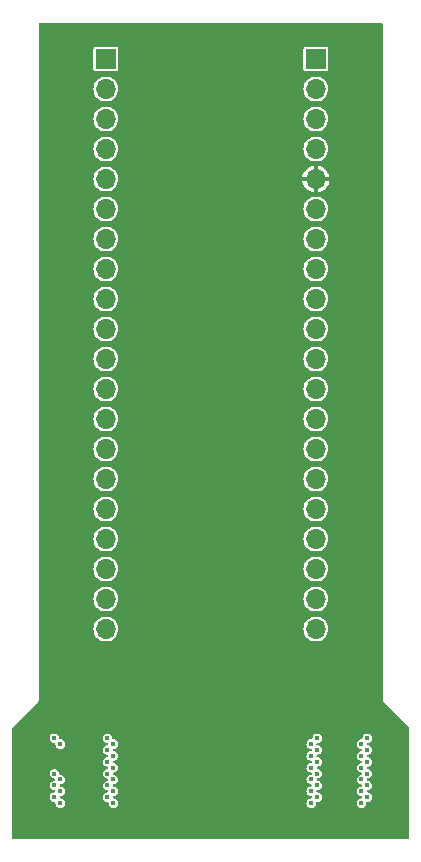
<source format=gbr>
%TF.GenerationSoftware,KiCad,Pcbnew,7.0.7*%
%TF.CreationDate,2023-10-20T16:04:56+10:00*%
%TF.ProjectId,ProgrammingBoard,50726f67-7261-46d6-9d69-6e67426f6172,rev?*%
%TF.SameCoordinates,Original*%
%TF.FileFunction,Copper,L3,Inr*%
%TF.FilePolarity,Positive*%
%FSLAX46Y46*%
G04 Gerber Fmt 4.6, Leading zero omitted, Abs format (unit mm)*
G04 Created by KiCad (PCBNEW 7.0.7) date 2023-10-20 16:04:56*
%MOMM*%
%LPD*%
G01*
G04 APERTURE LIST*
%TA.AperFunction,ComponentPad*%
%ADD10R,1.700000X1.700000*%
%TD*%
%TA.AperFunction,ComponentPad*%
%ADD11O,1.700000X1.700000*%
%TD*%
%TA.AperFunction,ViaPad*%
%ADD12C,0.400000*%
%TD*%
G04 APERTURE END LIST*
D10*
%TO.N,unconnected-(J6-Pin_1-Pad1)*%
%TO.C,J6*%
X25890000Y54250000D03*
D11*
%TO.N,unconnected-(J6-Pin_2-Pad2)*%
X25890000Y51710000D03*
%TO.N,GND*%
X25890000Y49170000D03*
%TO.N,unconnected-(J6-Pin_4-Pad4)*%
X25890000Y46630000D03*
%TO.N,VCC*%
X25890000Y44090000D03*
%TO.N,unconnected-(J6-Pin_6-Pad6)*%
X25890000Y41550000D03*
%TO.N,/Connectors/VSENSE*%
X25890000Y39010000D03*
%TO.N,GND*%
X25890000Y36470000D03*
%TO.N,unconnected-(J6-Pin_9-Pad9)*%
X25890000Y33930000D03*
%TO.N,unconnected-(J6-Pin_10-Pad10)*%
X25890000Y31390000D03*
%TO.N,unconnected-(J6-Pin_11-Pad11)*%
X25890000Y28850000D03*
%TO.N,unconnected-(J6-Pin_12-Pad12)*%
X25890000Y26310000D03*
%TO.N,GND*%
X25890000Y23770000D03*
%TO.N,/Connectors/SCL*%
X25890000Y21230000D03*
%TO.N,/Connectors/SDA*%
X25890000Y18690000D03*
%TO.N,unconnected-(J6-Pin_16-Pad16)*%
X25890000Y16150000D03*
%TO.N,unconnected-(J6-Pin_17-Pad17)*%
X25890000Y13610000D03*
%TO.N,GND*%
X25890000Y11070000D03*
%TO.N,/Connectors/LED_EN*%
X25890000Y8530000D03*
%TO.N,/Connectors/BUTTON*%
X25890000Y5990000D03*
%TD*%
D10*
%TO.N,unconnected-(J5-Pin_1-Pad1)*%
%TO.C,J5*%
X8110000Y54250000D03*
D11*
%TO.N,unconnected-(J5-Pin_2-Pad2)*%
X8110000Y51710000D03*
%TO.N,GND*%
X8110000Y49170000D03*
%TO.N,/Connectors/SWDCLK*%
X8110000Y46630000D03*
%TO.N,/Connectors/SWDIO*%
X8110000Y44090000D03*
%TO.N,/Connectors/RX*%
X8110000Y41550000D03*
%TO.N,/Connectors/TX*%
X8110000Y39010000D03*
%TO.N,GND*%
X8110000Y36470000D03*
%TO.N,/Connectors/LED3*%
X8110000Y33930000D03*
%TO.N,/Connectors/LED2*%
X8110000Y31390000D03*
%TO.N,/Connectors/LED1*%
X8110000Y28850000D03*
%TO.N,/Connectors/LED0*%
X8110000Y26310000D03*
%TO.N,GND*%
X8110000Y23770000D03*
%TO.N,unconnected-(J5-Pin_14-Pad14)*%
X8110000Y21230000D03*
%TO.N,unconnected-(J5-Pin_15-Pad15)*%
X8110000Y18690000D03*
%TO.N,/Connectors/INT2*%
X8110000Y16150000D03*
%TO.N,/Connectors/INT1*%
X8110000Y13610000D03*
%TO.N,GND*%
X8110000Y11070000D03*
%TO.N,unconnected-(J5-Pin_19-Pad19)*%
X8110000Y8530000D03*
%TO.N,/Connectors/RESET*%
X8110000Y5990000D03*
%TD*%
D12*
%TO.N,GND*%
X30250000Y-3250000D03*
X3750000Y-6250000D03*
X3750000Y-7250000D03*
X4250000Y-6750000D03*
X4250000Y-7750000D03*
X26000000Y-3250000D03*
X29750000Y-8750000D03*
%TO.N,/Connectors/ROW0*%
X29750000Y-3750000D03*
%TO.N,/Connectors/COL9*%
X25500000Y-3750000D03*
%TO.N,/Connectors/ROW1*%
X30250000Y-4250000D03*
%TO.N,/Connectors/COL10*%
X26000000Y-4250000D03*
%TO.N,/Connectors/ROW2*%
X29750000Y-4750000D03*
%TO.N,/Connectors/COL0*%
X25500000Y-4750000D03*
%TO.N,/Connectors/ROW3*%
X30250000Y-5250000D03*
%TO.N,/Connectors/COL1*%
X26000000Y-5250000D03*
%TO.N,/Connectors/ROW4*%
X29750000Y-5750000D03*
%TO.N,/Connectors/COL2*%
X25500000Y-5750000D03*
%TO.N,/Connectors/ROW5*%
X30250000Y-6250000D03*
%TO.N,/Connectors/COL3*%
X26000000Y-6250000D03*
%TO.N,/Connectors/ROW6*%
X29750000Y-6750000D03*
%TO.N,/Connectors/COL4*%
X25500000Y-6750000D03*
%TO.N,/Connectors/ROW7*%
X30250000Y-7250000D03*
%TO.N,/Connectors/COL5*%
X26000000Y-7250000D03*
%TO.N,/Connectors/ROW8*%
X29750000Y-7750000D03*
%TO.N,/Connectors/COL6*%
X25500000Y-7750000D03*
%TO.N,/Connectors/ROW9*%
X30250000Y-8250000D03*
%TO.N,/Connectors/COL7*%
X26000000Y-8250000D03*
%TO.N,/Connectors/COL8*%
X25500000Y-8750000D03*
%TO.N,/Connectors/RESET*%
X8250000Y-3250000D03*
%TO.N,VCC*%
X4250000Y-4750000D03*
X3750000Y-5250000D03*
X3750000Y-4250000D03*
X4250000Y-5750000D03*
%TO.N,/Connectors/SWDCLK*%
X3750000Y-3250000D03*
%TO.N,/Connectors/TX*%
X8750000Y-3750000D03*
%TO.N,/Connectors/SWDIO*%
X4250000Y-3750000D03*
%TO.N,/Connectors/RX*%
X8250000Y-4250000D03*
%TO.N,/Connectors/LED0*%
X8750000Y-4750000D03*
%TO.N,/Connectors/LED1*%
X8250000Y-5250000D03*
%TO.N,/Connectors/VSENSE*%
X8750000Y-5750000D03*
%TO.N,/Connectors/SCL*%
X8250000Y-6250000D03*
%TO.N,/Connectors/SDA*%
X8750000Y-6750000D03*
%TO.N,/Connectors/LED_EN*%
X8250000Y-7250000D03*
%TO.N,/Connectors/LED2*%
X8750000Y-7750000D03*
%TO.N,/Connectors/LED3*%
X8250000Y-8250000D03*
%TO.N,/Connectors/INT2*%
X3750000Y-8250000D03*
%TO.N,/Connectors/BUTTON*%
X8750000Y-8750000D03*
%TO.N,/Connectors/INT1*%
X4250000Y-8750000D03*
%TD*%
%TA.AperFunction,Conductor*%
%TO.N,VCC*%
G36*
X31508691Y57280593D02*
G01*
X31544655Y57231093D01*
X31549500Y57200500D01*
X31549500Y50884D01*
X31546654Y34138D01*
X31546887Y34111D01*
X31545638Y23027D01*
X31549189Y-8494D01*
X31549500Y-14039D01*
X31549500Y-22589D01*
X31551402Y-30924D01*
X31552332Y-36398D01*
X31555884Y-67926D01*
X31559568Y-78454D01*
X31559348Y-78530D01*
X31559660Y-79284D01*
X31559871Y-79183D01*
X31564710Y-89233D01*
X31584490Y-114036D01*
X31587702Y-118562D01*
X31592250Y-125799D01*
X31592254Y-125804D01*
X31598299Y-131850D01*
X31601998Y-135989D01*
X31621774Y-160786D01*
X31621776Y-160788D01*
X31621777Y-160788D01*
X31630496Y-167741D01*
X31630349Y-167924D01*
X31644205Y-177754D01*
X33770504Y-2304053D01*
X33798281Y-2358570D01*
X33799500Y-2374057D01*
X33799500Y-11700500D01*
X33780593Y-11758691D01*
X33731093Y-11794655D01*
X33700500Y-11799500D01*
X299500Y-11799500D01*
X241309Y-11780593D01*
X205345Y-11731093D01*
X200500Y-11700500D01*
X200500Y-8250000D01*
X3344508Y-8250000D01*
X3359476Y-8344508D01*
X3364354Y-8375303D01*
X3364355Y-8375307D01*
X3388121Y-8421949D01*
X3421950Y-8488342D01*
X3511658Y-8578050D01*
X3624696Y-8635646D01*
X3750000Y-8655492D01*
X3757696Y-8656711D01*
X3757283Y-8659317D01*
X3803699Y-8674399D01*
X3839663Y-8723899D01*
X3842595Y-8742413D01*
X3843289Y-8742304D01*
X3864354Y-8875303D01*
X3864355Y-8875307D01*
X3919944Y-8984406D01*
X3921950Y-8988342D01*
X4011658Y-9078050D01*
X4124696Y-9135646D01*
X4250000Y-9155492D01*
X4375304Y-9135646D01*
X4488342Y-9078050D01*
X4578050Y-8988342D01*
X4635646Y-8875304D01*
X4655492Y-8750000D01*
X4635646Y-8624696D01*
X4578050Y-8511658D01*
X4488342Y-8421950D01*
X4484406Y-8419944D01*
X4375307Y-8364355D01*
X4375304Y-8364354D01*
X4270664Y-8347780D01*
X4216148Y-8320004D01*
X4188371Y-8265487D01*
X4190824Y-8250000D01*
X7844508Y-8250000D01*
X7859476Y-8344508D01*
X7864354Y-8375303D01*
X7864355Y-8375307D01*
X7888121Y-8421949D01*
X7921950Y-8488342D01*
X8011658Y-8578050D01*
X8124696Y-8635646D01*
X8250000Y-8655492D01*
X8257696Y-8656711D01*
X8257283Y-8659317D01*
X8303699Y-8674399D01*
X8339663Y-8723899D01*
X8342595Y-8742413D01*
X8343289Y-8742304D01*
X8364354Y-8875303D01*
X8364355Y-8875307D01*
X8419944Y-8984406D01*
X8421950Y-8988342D01*
X8511658Y-9078050D01*
X8624696Y-9135646D01*
X8750000Y-9155492D01*
X8875304Y-9135646D01*
X8988342Y-9078050D01*
X9078050Y-8988342D01*
X9135646Y-8875304D01*
X9155492Y-8750000D01*
X25094508Y-8750000D01*
X25114354Y-8875303D01*
X25114355Y-8875307D01*
X25169944Y-8984406D01*
X25171950Y-8988342D01*
X25261658Y-9078050D01*
X25374696Y-9135646D01*
X25500000Y-9155492D01*
X25625304Y-9135646D01*
X25738342Y-9078050D01*
X25828050Y-8988342D01*
X25885646Y-8875304D01*
X25905492Y-8750000D01*
X29344508Y-8750000D01*
X29364354Y-8875303D01*
X29364355Y-8875307D01*
X29419944Y-8984406D01*
X29421950Y-8988342D01*
X29511658Y-9078050D01*
X29624696Y-9135646D01*
X29732866Y-9152778D01*
X29749999Y-9155492D01*
X29749999Y-9155491D01*
X29750000Y-9155492D01*
X29875304Y-9135646D01*
X29988342Y-9078050D01*
X30078050Y-8988342D01*
X30135646Y-8875304D01*
X30155492Y-8750000D01*
X30155492Y-8749999D01*
X30156711Y-8742304D01*
X30159317Y-8742716D01*
X30174399Y-8696301D01*
X30223899Y-8660337D01*
X30242413Y-8657404D01*
X30242304Y-8656711D01*
X30250000Y-8655492D01*
X30375304Y-8635646D01*
X30488342Y-8578050D01*
X30578050Y-8488342D01*
X30635646Y-8375304D01*
X30655492Y-8250000D01*
X30635646Y-8124696D01*
X30578050Y-8011658D01*
X30488342Y-7921950D01*
X30484406Y-7919944D01*
X30375307Y-7864355D01*
X30375304Y-7864354D01*
X30270664Y-7847780D01*
X30216148Y-7820004D01*
X30188371Y-7765487D01*
X30197942Y-7705055D01*
X30241207Y-7661790D01*
X30270665Y-7652219D01*
X30375304Y-7635646D01*
X30488342Y-7578050D01*
X30578050Y-7488342D01*
X30635646Y-7375304D01*
X30655492Y-7250000D01*
X30635646Y-7124696D01*
X30578050Y-7011658D01*
X30488342Y-6921950D01*
X30484406Y-6919944D01*
X30375307Y-6864355D01*
X30375304Y-6864354D01*
X30270664Y-6847780D01*
X30216148Y-6820004D01*
X30188371Y-6765487D01*
X30197942Y-6705055D01*
X30241207Y-6661790D01*
X30270665Y-6652219D01*
X30375304Y-6635646D01*
X30488342Y-6578050D01*
X30578050Y-6488342D01*
X30635646Y-6375304D01*
X30655492Y-6250000D01*
X30635646Y-6124696D01*
X30578050Y-6011658D01*
X30488342Y-5921950D01*
X30484406Y-5919944D01*
X30375307Y-5864355D01*
X30375304Y-5864354D01*
X30270664Y-5847780D01*
X30216148Y-5820004D01*
X30188371Y-5765487D01*
X30197942Y-5705055D01*
X30241207Y-5661790D01*
X30270665Y-5652219D01*
X30375304Y-5635646D01*
X30488342Y-5578050D01*
X30578050Y-5488342D01*
X30635646Y-5375304D01*
X30655492Y-5250000D01*
X30635646Y-5124696D01*
X30578050Y-5011658D01*
X30488342Y-4921950D01*
X30484406Y-4919944D01*
X30375307Y-4864355D01*
X30375304Y-4864354D01*
X30270664Y-4847780D01*
X30216148Y-4820004D01*
X30188371Y-4765487D01*
X30197942Y-4705055D01*
X30241207Y-4661790D01*
X30270665Y-4652219D01*
X30375304Y-4635646D01*
X30488342Y-4578050D01*
X30578050Y-4488342D01*
X30635646Y-4375304D01*
X30655492Y-4250000D01*
X30635646Y-4124696D01*
X30578050Y-4011658D01*
X30488342Y-3921950D01*
X30484406Y-3919944D01*
X30375307Y-3864355D01*
X30375304Y-3864354D01*
X30270664Y-3847780D01*
X30216148Y-3820004D01*
X30188371Y-3765487D01*
X30197942Y-3705055D01*
X30241207Y-3661790D01*
X30270665Y-3652219D01*
X30375304Y-3635646D01*
X30488342Y-3578050D01*
X30578050Y-3488342D01*
X30635646Y-3375304D01*
X30655492Y-3250000D01*
X30635646Y-3124696D01*
X30578050Y-3011658D01*
X30488342Y-2921950D01*
X30484406Y-2919944D01*
X30375307Y-2864355D01*
X30375304Y-2864354D01*
X30250000Y-2844508D01*
X30124696Y-2864354D01*
X30124692Y-2864355D01*
X30011659Y-2921949D01*
X29921949Y-3011659D01*
X29864355Y-3124692D01*
X29864354Y-3124696D01*
X29843289Y-3257696D01*
X29840682Y-3257283D01*
X29825601Y-3303699D01*
X29776101Y-3339663D01*
X29757586Y-3342595D01*
X29757696Y-3343289D01*
X29624696Y-3364354D01*
X29624692Y-3364355D01*
X29511659Y-3421949D01*
X29421949Y-3511659D01*
X29364355Y-3624692D01*
X29364354Y-3624696D01*
X29351627Y-3705055D01*
X29344508Y-3750000D01*
X29359476Y-3844508D01*
X29364354Y-3875303D01*
X29364355Y-3875307D01*
X29388121Y-3921949D01*
X29421950Y-3988342D01*
X29511658Y-4078050D01*
X29624696Y-4135646D01*
X29716547Y-4150193D01*
X29729334Y-4152219D01*
X29783851Y-4179997D01*
X29811628Y-4234513D01*
X29802057Y-4294945D01*
X29758792Y-4338210D01*
X29729334Y-4347781D01*
X29624696Y-4364354D01*
X29624692Y-4364355D01*
X29511659Y-4421949D01*
X29421949Y-4511659D01*
X29364355Y-4624692D01*
X29364354Y-4624696D01*
X29351627Y-4705055D01*
X29344508Y-4750000D01*
X29359476Y-4844508D01*
X29364354Y-4875303D01*
X29364355Y-4875307D01*
X29388121Y-4921949D01*
X29421950Y-4988342D01*
X29511658Y-5078050D01*
X29624696Y-5135646D01*
X29716547Y-5150193D01*
X29729334Y-5152219D01*
X29783851Y-5179997D01*
X29811628Y-5234513D01*
X29802057Y-5294945D01*
X29758792Y-5338210D01*
X29729334Y-5347781D01*
X29624696Y-5364354D01*
X29624692Y-5364355D01*
X29511659Y-5421949D01*
X29421949Y-5511659D01*
X29364355Y-5624692D01*
X29364354Y-5624696D01*
X29351627Y-5705055D01*
X29344508Y-5750000D01*
X29359476Y-5844508D01*
X29364354Y-5875303D01*
X29364355Y-5875307D01*
X29388121Y-5921949D01*
X29421950Y-5988342D01*
X29511658Y-6078050D01*
X29624696Y-6135646D01*
X29716547Y-6150193D01*
X29729334Y-6152219D01*
X29783851Y-6179997D01*
X29811628Y-6234513D01*
X29802057Y-6294945D01*
X29758792Y-6338210D01*
X29729334Y-6347781D01*
X29624696Y-6364354D01*
X29624692Y-6364355D01*
X29511659Y-6421949D01*
X29421949Y-6511659D01*
X29364355Y-6624692D01*
X29364354Y-6624696D01*
X29351627Y-6705055D01*
X29344508Y-6750000D01*
X29359476Y-6844508D01*
X29364354Y-6875303D01*
X29364355Y-6875307D01*
X29388121Y-6921949D01*
X29421950Y-6988342D01*
X29511658Y-7078050D01*
X29624696Y-7135646D01*
X29716547Y-7150193D01*
X29729334Y-7152219D01*
X29783851Y-7179997D01*
X29811628Y-7234513D01*
X29802057Y-7294945D01*
X29758792Y-7338210D01*
X29729334Y-7347781D01*
X29624696Y-7364354D01*
X29624692Y-7364355D01*
X29511659Y-7421949D01*
X29421949Y-7511659D01*
X29364355Y-7624692D01*
X29364354Y-7624696D01*
X29351627Y-7705055D01*
X29344508Y-7750000D01*
X29359476Y-7844508D01*
X29364354Y-7875303D01*
X29364355Y-7875307D01*
X29388121Y-7921949D01*
X29421950Y-7988342D01*
X29511658Y-8078050D01*
X29624696Y-8135646D01*
X29716547Y-8150193D01*
X29729334Y-8152219D01*
X29783851Y-8179997D01*
X29811628Y-8234513D01*
X29802057Y-8294945D01*
X29758792Y-8338210D01*
X29729334Y-8347781D01*
X29624696Y-8364354D01*
X29624692Y-8364355D01*
X29511659Y-8421949D01*
X29421949Y-8511659D01*
X29364355Y-8624692D01*
X29364354Y-8624696D01*
X29344508Y-8749999D01*
X29344508Y-8750000D01*
X25905492Y-8750000D01*
X25905492Y-8749999D01*
X25906711Y-8742304D01*
X25909317Y-8742716D01*
X25924399Y-8696301D01*
X25973899Y-8660337D01*
X25992413Y-8657404D01*
X25992304Y-8656711D01*
X26000000Y-8655492D01*
X26125304Y-8635646D01*
X26238342Y-8578050D01*
X26328050Y-8488342D01*
X26385646Y-8375304D01*
X26405492Y-8250000D01*
X26385646Y-8124696D01*
X26328050Y-8011658D01*
X26238342Y-7921950D01*
X26234406Y-7919944D01*
X26125307Y-7864355D01*
X26125304Y-7864354D01*
X26020664Y-7847780D01*
X25966148Y-7820004D01*
X25938371Y-7765487D01*
X25947942Y-7705055D01*
X25991207Y-7661790D01*
X26020665Y-7652219D01*
X26125304Y-7635646D01*
X26238342Y-7578050D01*
X26328050Y-7488342D01*
X26385646Y-7375304D01*
X26405492Y-7250000D01*
X26385646Y-7124696D01*
X26328050Y-7011658D01*
X26238342Y-6921950D01*
X26234406Y-6919944D01*
X26125307Y-6864355D01*
X26125304Y-6864354D01*
X26020664Y-6847780D01*
X25966148Y-6820004D01*
X25938371Y-6765487D01*
X25947942Y-6705055D01*
X25991207Y-6661790D01*
X26020665Y-6652219D01*
X26125304Y-6635646D01*
X26238342Y-6578050D01*
X26328050Y-6488342D01*
X26385646Y-6375304D01*
X26405492Y-6250000D01*
X26385646Y-6124696D01*
X26328050Y-6011658D01*
X26238342Y-5921950D01*
X26234406Y-5919944D01*
X26125307Y-5864355D01*
X26125304Y-5864354D01*
X26020664Y-5847780D01*
X25966148Y-5820004D01*
X25938371Y-5765487D01*
X25947942Y-5705055D01*
X25991207Y-5661790D01*
X26020665Y-5652219D01*
X26125304Y-5635646D01*
X26238342Y-5578050D01*
X26328050Y-5488342D01*
X26385646Y-5375304D01*
X26405492Y-5250000D01*
X26385646Y-5124696D01*
X26328050Y-5011658D01*
X26238342Y-4921950D01*
X26234406Y-4919944D01*
X26125307Y-4864355D01*
X26125304Y-4864354D01*
X26020664Y-4847780D01*
X25966148Y-4820004D01*
X25938371Y-4765487D01*
X25947942Y-4705055D01*
X25991207Y-4661790D01*
X26020665Y-4652219D01*
X26125304Y-4635646D01*
X26238342Y-4578050D01*
X26328050Y-4488342D01*
X26385646Y-4375304D01*
X26405492Y-4250000D01*
X26385646Y-4124696D01*
X26328050Y-4011658D01*
X26238342Y-3921950D01*
X26234406Y-3919944D01*
X26125307Y-3864355D01*
X26125304Y-3864354D01*
X26020664Y-3847780D01*
X25966148Y-3820004D01*
X25938371Y-3765487D01*
X25947942Y-3705055D01*
X25991207Y-3661790D01*
X26020665Y-3652219D01*
X26125304Y-3635646D01*
X26238342Y-3578050D01*
X26328050Y-3488342D01*
X26385646Y-3375304D01*
X26405492Y-3250000D01*
X26385646Y-3124696D01*
X26328050Y-3011658D01*
X26238342Y-2921950D01*
X26234406Y-2919944D01*
X26125307Y-2864355D01*
X26125304Y-2864354D01*
X26000000Y-2844508D01*
X25874696Y-2864354D01*
X25874692Y-2864355D01*
X25761659Y-2921949D01*
X25671949Y-3011659D01*
X25614355Y-3124692D01*
X25614354Y-3124696D01*
X25593289Y-3257696D01*
X25590682Y-3257283D01*
X25575601Y-3303699D01*
X25526101Y-3339663D01*
X25507586Y-3342595D01*
X25507696Y-3343289D01*
X25374696Y-3364354D01*
X25374692Y-3364355D01*
X25261659Y-3421949D01*
X25171949Y-3511659D01*
X25114355Y-3624692D01*
X25114354Y-3624696D01*
X25101627Y-3705055D01*
X25094508Y-3750000D01*
X25109476Y-3844508D01*
X25114354Y-3875303D01*
X25114355Y-3875307D01*
X25138121Y-3921949D01*
X25171950Y-3988342D01*
X25261658Y-4078050D01*
X25374696Y-4135646D01*
X25466547Y-4150193D01*
X25479334Y-4152219D01*
X25533851Y-4179997D01*
X25561628Y-4234513D01*
X25552057Y-4294945D01*
X25508792Y-4338210D01*
X25479334Y-4347781D01*
X25374696Y-4364354D01*
X25374692Y-4364355D01*
X25261659Y-4421949D01*
X25171949Y-4511659D01*
X25114355Y-4624692D01*
X25114354Y-4624696D01*
X25101627Y-4705055D01*
X25094508Y-4750000D01*
X25109476Y-4844508D01*
X25114354Y-4875303D01*
X25114355Y-4875307D01*
X25138121Y-4921949D01*
X25171950Y-4988342D01*
X25261658Y-5078050D01*
X25374696Y-5135646D01*
X25466547Y-5150193D01*
X25479334Y-5152219D01*
X25533851Y-5179997D01*
X25561628Y-5234513D01*
X25552057Y-5294945D01*
X25508792Y-5338210D01*
X25479334Y-5347781D01*
X25374696Y-5364354D01*
X25374692Y-5364355D01*
X25261659Y-5421949D01*
X25171949Y-5511659D01*
X25114355Y-5624692D01*
X25114354Y-5624696D01*
X25101627Y-5705055D01*
X25094508Y-5750000D01*
X25109476Y-5844508D01*
X25114354Y-5875303D01*
X25114355Y-5875307D01*
X25138121Y-5921949D01*
X25171950Y-5988342D01*
X25261658Y-6078050D01*
X25374696Y-6135646D01*
X25466547Y-6150193D01*
X25479334Y-6152219D01*
X25533851Y-6179997D01*
X25561628Y-6234513D01*
X25552057Y-6294945D01*
X25508792Y-6338210D01*
X25479334Y-6347781D01*
X25374696Y-6364354D01*
X25374692Y-6364355D01*
X25261659Y-6421949D01*
X25171949Y-6511659D01*
X25114355Y-6624692D01*
X25114354Y-6624696D01*
X25101627Y-6705055D01*
X25094508Y-6750000D01*
X25109476Y-6844508D01*
X25114354Y-6875303D01*
X25114355Y-6875307D01*
X25138121Y-6921949D01*
X25171950Y-6988342D01*
X25261658Y-7078050D01*
X25374696Y-7135646D01*
X25466547Y-7150193D01*
X25479334Y-7152219D01*
X25533851Y-7179997D01*
X25561628Y-7234513D01*
X25552057Y-7294945D01*
X25508792Y-7338210D01*
X25479334Y-7347781D01*
X25374696Y-7364354D01*
X25374692Y-7364355D01*
X25261659Y-7421949D01*
X25171949Y-7511659D01*
X25114355Y-7624692D01*
X25114354Y-7624696D01*
X25101627Y-7705055D01*
X25094508Y-7750000D01*
X25109476Y-7844508D01*
X25114354Y-7875303D01*
X25114355Y-7875307D01*
X25138121Y-7921949D01*
X25171950Y-7988342D01*
X25261658Y-8078050D01*
X25374696Y-8135646D01*
X25466547Y-8150193D01*
X25479334Y-8152219D01*
X25533851Y-8179997D01*
X25561628Y-8234513D01*
X25552057Y-8294945D01*
X25508792Y-8338210D01*
X25479334Y-8347781D01*
X25374696Y-8364354D01*
X25374692Y-8364355D01*
X25261659Y-8421949D01*
X25171949Y-8511659D01*
X25114355Y-8624692D01*
X25114354Y-8624696D01*
X25094508Y-8749999D01*
X25094508Y-8750000D01*
X9155492Y-8750000D01*
X9135646Y-8624696D01*
X9078050Y-8511658D01*
X8988342Y-8421950D01*
X8984406Y-8419944D01*
X8875307Y-8364355D01*
X8875304Y-8364354D01*
X8770664Y-8347780D01*
X8716148Y-8320004D01*
X8688371Y-8265487D01*
X8697942Y-8205055D01*
X8741207Y-8161790D01*
X8770665Y-8152219D01*
X8875304Y-8135646D01*
X8988342Y-8078050D01*
X9078050Y-7988342D01*
X9135646Y-7875304D01*
X9155492Y-7750000D01*
X9135646Y-7624696D01*
X9078050Y-7511658D01*
X8988342Y-7421950D01*
X8984406Y-7419944D01*
X8875307Y-7364355D01*
X8875304Y-7364354D01*
X8770664Y-7347780D01*
X8716148Y-7320004D01*
X8688371Y-7265487D01*
X8697942Y-7205055D01*
X8741207Y-7161790D01*
X8770665Y-7152219D01*
X8875304Y-7135646D01*
X8988342Y-7078050D01*
X9078050Y-6988342D01*
X9135646Y-6875304D01*
X9155492Y-6750000D01*
X9135646Y-6624696D01*
X9078050Y-6511658D01*
X8988342Y-6421950D01*
X8984406Y-6419944D01*
X8875307Y-6364355D01*
X8875304Y-6364354D01*
X8770664Y-6347780D01*
X8716148Y-6320004D01*
X8688371Y-6265487D01*
X8697942Y-6205055D01*
X8741207Y-6161790D01*
X8770665Y-6152219D01*
X8875304Y-6135646D01*
X8988342Y-6078050D01*
X9078050Y-5988342D01*
X9135646Y-5875304D01*
X9155492Y-5750000D01*
X9135646Y-5624696D01*
X9078050Y-5511658D01*
X8988342Y-5421950D01*
X8984406Y-5419944D01*
X8875307Y-5364355D01*
X8875304Y-5364354D01*
X8770664Y-5347780D01*
X8716148Y-5320004D01*
X8688371Y-5265487D01*
X8697942Y-5205055D01*
X8741207Y-5161790D01*
X8770665Y-5152219D01*
X8875304Y-5135646D01*
X8988342Y-5078050D01*
X9078050Y-4988342D01*
X9135646Y-4875304D01*
X9155492Y-4750000D01*
X9135646Y-4624696D01*
X9078050Y-4511658D01*
X8988342Y-4421950D01*
X8984406Y-4419944D01*
X8875307Y-4364355D01*
X8875304Y-4364354D01*
X8770664Y-4347780D01*
X8716148Y-4320004D01*
X8688371Y-4265487D01*
X8697942Y-4205055D01*
X8741207Y-4161790D01*
X8770665Y-4152219D01*
X8875304Y-4135646D01*
X8988342Y-4078050D01*
X9078050Y-3988342D01*
X9135646Y-3875304D01*
X9155492Y-3750000D01*
X9135646Y-3624696D01*
X9078050Y-3511658D01*
X8988342Y-3421950D01*
X8984406Y-3419944D01*
X8875307Y-3364355D01*
X8875304Y-3364354D01*
X8750000Y-3344508D01*
X8742304Y-3343289D01*
X8742716Y-3340682D01*
X8696301Y-3325601D01*
X8660337Y-3276101D01*
X8657404Y-3257586D01*
X8656711Y-3257696D01*
X8655045Y-3247178D01*
X8635646Y-3124696D01*
X8578050Y-3011658D01*
X8488342Y-2921950D01*
X8484406Y-2919944D01*
X8375307Y-2864355D01*
X8375304Y-2864354D01*
X8250000Y-2844508D01*
X8124696Y-2864354D01*
X8124692Y-2864355D01*
X8011659Y-2921949D01*
X7921949Y-3011659D01*
X7864355Y-3124692D01*
X7864354Y-3124696D01*
X7844508Y-3250000D01*
X7859476Y-3344508D01*
X7864354Y-3375303D01*
X7864355Y-3375307D01*
X7888121Y-3421949D01*
X7921950Y-3488342D01*
X8011658Y-3578050D01*
X8124696Y-3635646D01*
X8216547Y-3650193D01*
X8229334Y-3652219D01*
X8283851Y-3679997D01*
X8311628Y-3734513D01*
X8302057Y-3794945D01*
X8258792Y-3838210D01*
X8229334Y-3847781D01*
X8124696Y-3864354D01*
X8124692Y-3864355D01*
X8011659Y-3921949D01*
X7921949Y-4011659D01*
X7864355Y-4124692D01*
X7864354Y-4124696D01*
X7851627Y-4205055D01*
X7844508Y-4250000D01*
X7859476Y-4344508D01*
X7864354Y-4375303D01*
X7864355Y-4375307D01*
X7888121Y-4421949D01*
X7921950Y-4488342D01*
X8011658Y-4578050D01*
X8124696Y-4635646D01*
X8216547Y-4650193D01*
X8229334Y-4652219D01*
X8283851Y-4679997D01*
X8311628Y-4734513D01*
X8302057Y-4794945D01*
X8258792Y-4838210D01*
X8229334Y-4847781D01*
X8124696Y-4864354D01*
X8124692Y-4864355D01*
X8011659Y-4921949D01*
X7921949Y-5011659D01*
X7864355Y-5124692D01*
X7864354Y-5124696D01*
X7851627Y-5205055D01*
X7844508Y-5250000D01*
X7859476Y-5344508D01*
X7864354Y-5375303D01*
X7864355Y-5375307D01*
X7888121Y-5421949D01*
X7921950Y-5488342D01*
X8011658Y-5578050D01*
X8124696Y-5635646D01*
X8216547Y-5650193D01*
X8229334Y-5652219D01*
X8283851Y-5679997D01*
X8311628Y-5734513D01*
X8302057Y-5794945D01*
X8258792Y-5838210D01*
X8229334Y-5847781D01*
X8124696Y-5864354D01*
X8124692Y-5864355D01*
X8011659Y-5921949D01*
X7921949Y-6011659D01*
X7864355Y-6124692D01*
X7864354Y-6124696D01*
X7851627Y-6205055D01*
X7844508Y-6250000D01*
X7859476Y-6344508D01*
X7864354Y-6375303D01*
X7864355Y-6375307D01*
X7888121Y-6421949D01*
X7921950Y-6488342D01*
X8011658Y-6578050D01*
X8124696Y-6635646D01*
X8216547Y-6650193D01*
X8229334Y-6652219D01*
X8283851Y-6679997D01*
X8311628Y-6734513D01*
X8302057Y-6794945D01*
X8258792Y-6838210D01*
X8229334Y-6847781D01*
X8124696Y-6864354D01*
X8124692Y-6864355D01*
X8011659Y-6921949D01*
X7921949Y-7011659D01*
X7864355Y-7124692D01*
X7864354Y-7124696D01*
X7851627Y-7205055D01*
X7844508Y-7250000D01*
X7859476Y-7344508D01*
X7864354Y-7375303D01*
X7864355Y-7375307D01*
X7888121Y-7421949D01*
X7921950Y-7488342D01*
X8011658Y-7578050D01*
X8124696Y-7635646D01*
X8216547Y-7650193D01*
X8229334Y-7652219D01*
X8283851Y-7679997D01*
X8311628Y-7734513D01*
X8302057Y-7794945D01*
X8258792Y-7838210D01*
X8229334Y-7847781D01*
X8124696Y-7864354D01*
X8124692Y-7864355D01*
X8011659Y-7921949D01*
X7921949Y-8011659D01*
X7864355Y-8124692D01*
X7864354Y-8124696D01*
X7851627Y-8205055D01*
X7844508Y-8250000D01*
X4190824Y-8250000D01*
X4197942Y-8205055D01*
X4241207Y-8161790D01*
X4270665Y-8152219D01*
X4375304Y-8135646D01*
X4488342Y-8078050D01*
X4578050Y-7988342D01*
X4635646Y-7875304D01*
X4655492Y-7750000D01*
X4635646Y-7624696D01*
X4578050Y-7511658D01*
X4488342Y-7421950D01*
X4484406Y-7419944D01*
X4375307Y-7364355D01*
X4375304Y-7364354D01*
X4270664Y-7347780D01*
X4216148Y-7320004D01*
X4188371Y-7265487D01*
X4197942Y-7205055D01*
X4241207Y-7161790D01*
X4270665Y-7152219D01*
X4375304Y-7135646D01*
X4488342Y-7078050D01*
X4578050Y-6988342D01*
X4635646Y-6875304D01*
X4655492Y-6750000D01*
X4635646Y-6624696D01*
X4578050Y-6511658D01*
X4488342Y-6421950D01*
X4484406Y-6419944D01*
X4375307Y-6364355D01*
X4375304Y-6364354D01*
X4250000Y-6344508D01*
X4242304Y-6343289D01*
X4242716Y-6340682D01*
X4196301Y-6325601D01*
X4160337Y-6276101D01*
X4157404Y-6257586D01*
X4156711Y-6257696D01*
X4148373Y-6205055D01*
X4135646Y-6124696D01*
X4078050Y-6011658D01*
X3988342Y-5921950D01*
X3984406Y-5919944D01*
X3875307Y-5864355D01*
X3875304Y-5864354D01*
X3750000Y-5844508D01*
X3624696Y-5864354D01*
X3624692Y-5864355D01*
X3511659Y-5921949D01*
X3421949Y-6011659D01*
X3364355Y-6124692D01*
X3364354Y-6124696D01*
X3351627Y-6205055D01*
X3344508Y-6250000D01*
X3359476Y-6344508D01*
X3364354Y-6375303D01*
X3364355Y-6375307D01*
X3388121Y-6421949D01*
X3421950Y-6488342D01*
X3511658Y-6578050D01*
X3624696Y-6635646D01*
X3716547Y-6650193D01*
X3729334Y-6652219D01*
X3783851Y-6679997D01*
X3811628Y-6734513D01*
X3802057Y-6794945D01*
X3758792Y-6838210D01*
X3729334Y-6847781D01*
X3624696Y-6864354D01*
X3624692Y-6864355D01*
X3511659Y-6921949D01*
X3421949Y-7011659D01*
X3364355Y-7124692D01*
X3364354Y-7124696D01*
X3351627Y-7205055D01*
X3344508Y-7250000D01*
X3359476Y-7344508D01*
X3364354Y-7375303D01*
X3364355Y-7375307D01*
X3388121Y-7421949D01*
X3421950Y-7488342D01*
X3511658Y-7578050D01*
X3624696Y-7635646D01*
X3716547Y-7650193D01*
X3729334Y-7652219D01*
X3783851Y-7679997D01*
X3811628Y-7734513D01*
X3802057Y-7794945D01*
X3758792Y-7838210D01*
X3729334Y-7847781D01*
X3624696Y-7864354D01*
X3624692Y-7864355D01*
X3511659Y-7921949D01*
X3421949Y-8011659D01*
X3364355Y-8124692D01*
X3364354Y-8124696D01*
X3351627Y-8205055D01*
X3344508Y-8250000D01*
X200500Y-8250000D01*
X200500Y-3250000D01*
X3344508Y-3250000D01*
X3359476Y-3344508D01*
X3364354Y-3375303D01*
X3364355Y-3375307D01*
X3388121Y-3421949D01*
X3421950Y-3488342D01*
X3511658Y-3578050D01*
X3624696Y-3635646D01*
X3750000Y-3655492D01*
X3757696Y-3656711D01*
X3757283Y-3659317D01*
X3803699Y-3674399D01*
X3839663Y-3723899D01*
X3842595Y-3742413D01*
X3843289Y-3742304D01*
X3844508Y-3749999D01*
X3844508Y-3750000D01*
X3859476Y-3844508D01*
X3864354Y-3875303D01*
X3864355Y-3875307D01*
X3888121Y-3921949D01*
X3921950Y-3988342D01*
X4011658Y-4078050D01*
X4124696Y-4135646D01*
X4229335Y-4152219D01*
X4249999Y-4155492D01*
X4249999Y-4155491D01*
X4250000Y-4155492D01*
X4375304Y-4135646D01*
X4488342Y-4078050D01*
X4578050Y-3988342D01*
X4635646Y-3875304D01*
X4655492Y-3750000D01*
X4635646Y-3624696D01*
X4578050Y-3511658D01*
X4488342Y-3421950D01*
X4484406Y-3419944D01*
X4375307Y-3364355D01*
X4375304Y-3364354D01*
X4250000Y-3344508D01*
X4242304Y-3343289D01*
X4242716Y-3340682D01*
X4196301Y-3325601D01*
X4160337Y-3276101D01*
X4157404Y-3257586D01*
X4156711Y-3257696D01*
X4155045Y-3247178D01*
X4135646Y-3124696D01*
X4078050Y-3011658D01*
X3988342Y-2921950D01*
X3984406Y-2919944D01*
X3875307Y-2864355D01*
X3875304Y-2864354D01*
X3750000Y-2844508D01*
X3624696Y-2864354D01*
X3624692Y-2864355D01*
X3511659Y-2921949D01*
X3421949Y-3011659D01*
X3364355Y-3124692D01*
X3364354Y-3124696D01*
X3344508Y-3250000D01*
X200500Y-3250000D01*
X200500Y-2374056D01*
X219407Y-2315865D01*
X229490Y-2304058D01*
X2355794Y-177754D01*
X2369644Y-167928D01*
X2369499Y-167746D01*
X2378222Y-160789D01*
X2378222Y-160788D01*
X2378224Y-160788D01*
X2398002Y-135986D01*
X2401699Y-131850D01*
X2407749Y-125801D01*
X2412304Y-118551D01*
X2415499Y-114046D01*
X2435290Y-89231D01*
X2435290Y-89227D01*
X2440131Y-79178D01*
X2440343Y-79280D01*
X2440652Y-78532D01*
X2440431Y-78455D01*
X2444115Y-67925D01*
X2444114Y-67925D01*
X2444116Y-67924D01*
X2447670Y-36372D01*
X2448596Y-30929D01*
X2450500Y-22590D01*
X2450500Y-14039D01*
X2450811Y-8499D01*
X2450812Y-8494D01*
X2454363Y23027D01*
X2454361Y23031D01*
X2453114Y34112D01*
X2453345Y34139D01*
X2450500Y50888D01*
X2450500Y5989997D01*
X7054417Y5989997D01*
X7074698Y5784071D01*
X7074699Y5784066D01*
X7134768Y5586046D01*
X7232316Y5403548D01*
X7363585Y5243596D01*
X7363590Y5243590D01*
X7363595Y5243586D01*
X7523547Y5112317D01*
X7523548Y5112317D01*
X7523550Y5112315D01*
X7706046Y5014768D01*
X7843997Y4972922D01*
X7904065Y4954700D01*
X7904070Y4954699D01*
X8109997Y4934417D01*
X8110000Y4934417D01*
X8110003Y4934417D01*
X8315929Y4954699D01*
X8315934Y4954700D01*
X8315933Y4954700D01*
X8513954Y5014768D01*
X8696450Y5112315D01*
X8856410Y5243590D01*
X8987685Y5403550D01*
X9085232Y5586046D01*
X9145300Y5784066D01*
X9145301Y5784071D01*
X9165583Y5989997D01*
X24834417Y5989997D01*
X24854698Y5784071D01*
X24854699Y5784066D01*
X24914768Y5586046D01*
X25012316Y5403548D01*
X25143585Y5243596D01*
X25143590Y5243590D01*
X25143595Y5243586D01*
X25303547Y5112317D01*
X25303548Y5112317D01*
X25303550Y5112315D01*
X25486046Y5014768D01*
X25623996Y4972922D01*
X25684065Y4954700D01*
X25684070Y4954699D01*
X25889997Y4934417D01*
X25890000Y4934417D01*
X25890003Y4934417D01*
X26095929Y4954699D01*
X26095934Y4954700D01*
X26095934Y4954701D01*
X26293954Y5014768D01*
X26476450Y5112315D01*
X26636410Y5243590D01*
X26767685Y5403550D01*
X26865232Y5586046D01*
X26925300Y5784066D01*
X26925301Y5784071D01*
X26945583Y5989997D01*
X26945583Y5990004D01*
X26925301Y6195930D01*
X26925300Y6195935D01*
X26907078Y6256003D01*
X26865232Y6393954D01*
X26767685Y6576450D01*
X26636410Y6736410D01*
X26636404Y6736415D01*
X26476452Y6867684D01*
X26293954Y6965232D01*
X26095934Y7025301D01*
X26095929Y7025302D01*
X25890003Y7045583D01*
X25889997Y7045583D01*
X25684070Y7025302D01*
X25684065Y7025301D01*
X25486045Y6965232D01*
X25303547Y6867684D01*
X25143595Y6736415D01*
X25143585Y6736405D01*
X25012316Y6576453D01*
X24914768Y6393955D01*
X24854699Y6195935D01*
X24854698Y6195930D01*
X24834417Y5990004D01*
X24834417Y5989997D01*
X9165583Y5989997D01*
X9165583Y5990004D01*
X9145301Y6195930D01*
X9145300Y6195935D01*
X9127078Y6256003D01*
X9085232Y6393954D01*
X8987685Y6576450D01*
X8856410Y6736410D01*
X8856404Y6736415D01*
X8696452Y6867684D01*
X8513954Y6965232D01*
X8315934Y7025301D01*
X8315929Y7025302D01*
X8110003Y7045583D01*
X8109997Y7045583D01*
X7904070Y7025302D01*
X7904065Y7025301D01*
X7706045Y6965232D01*
X7523547Y6867684D01*
X7363595Y6736415D01*
X7363585Y6736405D01*
X7232316Y6576453D01*
X7134768Y6393955D01*
X7074699Y6195935D01*
X7074698Y6195930D01*
X7054417Y5990004D01*
X7054417Y5989997D01*
X2450500Y5989997D01*
X2450500Y8529997D01*
X7054417Y8529997D01*
X7074698Y8324071D01*
X7074699Y8324066D01*
X7134768Y8126046D01*
X7232316Y7943548D01*
X7363585Y7783596D01*
X7363590Y7783590D01*
X7363595Y7783586D01*
X7523547Y7652317D01*
X7523548Y7652317D01*
X7523550Y7652315D01*
X7706046Y7554768D01*
X7843997Y7512922D01*
X7904065Y7494700D01*
X7904070Y7494699D01*
X8109997Y7474417D01*
X8110000Y7474417D01*
X8110003Y7474417D01*
X8315929Y7494699D01*
X8315934Y7494700D01*
X8513954Y7554768D01*
X8696450Y7652315D01*
X8856410Y7783590D01*
X8987685Y7943550D01*
X9085232Y8126046D01*
X9145300Y8324066D01*
X9145301Y8324071D01*
X9165583Y8529997D01*
X24834417Y8529997D01*
X24854698Y8324071D01*
X24854699Y8324066D01*
X24914768Y8126046D01*
X25012316Y7943548D01*
X25143585Y7783596D01*
X25143590Y7783590D01*
X25143595Y7783586D01*
X25303547Y7652317D01*
X25303548Y7652317D01*
X25303550Y7652315D01*
X25486046Y7554768D01*
X25623996Y7512922D01*
X25684065Y7494700D01*
X25684070Y7494699D01*
X25889997Y7474417D01*
X25890000Y7474417D01*
X25890003Y7474417D01*
X26095929Y7494699D01*
X26095934Y7494700D01*
X26293954Y7554768D01*
X26476450Y7652315D01*
X26636410Y7783590D01*
X26767685Y7943550D01*
X26865232Y8126046D01*
X26925300Y8324066D01*
X26925301Y8324071D01*
X26945583Y8529997D01*
X26945583Y8530004D01*
X26925301Y8735930D01*
X26925300Y8735935D01*
X26907078Y8796004D01*
X26865232Y8933954D01*
X26767685Y9116450D01*
X26636410Y9276410D01*
X26636404Y9276415D01*
X26476452Y9407684D01*
X26293954Y9505232D01*
X26095934Y9565301D01*
X26095929Y9565302D01*
X25890003Y9585583D01*
X25889997Y9585583D01*
X25684070Y9565302D01*
X25684065Y9565301D01*
X25486045Y9505232D01*
X25303547Y9407684D01*
X25143595Y9276415D01*
X25143585Y9276405D01*
X25012316Y9116453D01*
X24914768Y8933955D01*
X24854699Y8735935D01*
X24854698Y8735930D01*
X24834417Y8530004D01*
X24834417Y8529997D01*
X9165583Y8529997D01*
X9165583Y8530004D01*
X9145301Y8735930D01*
X9145300Y8735935D01*
X9127078Y8796004D01*
X9085232Y8933954D01*
X8987685Y9116450D01*
X8856410Y9276410D01*
X8856404Y9276415D01*
X8696452Y9407684D01*
X8513954Y9505232D01*
X8315934Y9565301D01*
X8315929Y9565302D01*
X8110003Y9585583D01*
X8109997Y9585583D01*
X7904070Y9565302D01*
X7904065Y9565301D01*
X7706045Y9505232D01*
X7523547Y9407684D01*
X7363595Y9276415D01*
X7363585Y9276405D01*
X7232316Y9116453D01*
X7134768Y8933955D01*
X7074699Y8735935D01*
X7074698Y8735930D01*
X7054417Y8530004D01*
X7054417Y8529997D01*
X2450500Y8529997D01*
X2450500Y11069997D01*
X7054417Y11069997D01*
X7074698Y10864071D01*
X7074699Y10864066D01*
X7134768Y10666046D01*
X7232316Y10483548D01*
X7363585Y10323596D01*
X7363590Y10323590D01*
X7363595Y10323586D01*
X7523547Y10192317D01*
X7523548Y10192317D01*
X7523550Y10192315D01*
X7706046Y10094768D01*
X7843997Y10052922D01*
X7904065Y10034700D01*
X7904070Y10034699D01*
X8109997Y10014417D01*
X8110000Y10014417D01*
X8110003Y10014417D01*
X8315929Y10034699D01*
X8315934Y10034700D01*
X8513954Y10094768D01*
X8696450Y10192315D01*
X8856410Y10323590D01*
X8987685Y10483550D01*
X9085232Y10666046D01*
X9145300Y10864066D01*
X9145301Y10864071D01*
X9165583Y11069997D01*
X24834417Y11069997D01*
X24854698Y10864071D01*
X24854699Y10864066D01*
X24914768Y10666046D01*
X25012316Y10483548D01*
X25143585Y10323596D01*
X25143590Y10323590D01*
X25143595Y10323586D01*
X25303547Y10192317D01*
X25303548Y10192317D01*
X25303550Y10192315D01*
X25486046Y10094768D01*
X25623996Y10052922D01*
X25684065Y10034700D01*
X25684070Y10034699D01*
X25889997Y10014417D01*
X25890000Y10014417D01*
X25890003Y10014417D01*
X26095929Y10034699D01*
X26095934Y10034700D01*
X26095934Y10034701D01*
X26293954Y10094768D01*
X26476450Y10192315D01*
X26636410Y10323590D01*
X26767685Y10483550D01*
X26865232Y10666046D01*
X26925300Y10864066D01*
X26925301Y10864071D01*
X26945583Y11069997D01*
X26945583Y11070004D01*
X26925301Y11275930D01*
X26925300Y11275935D01*
X26907078Y11336004D01*
X26865232Y11473954D01*
X26767685Y11656450D01*
X26636410Y11816410D01*
X26636404Y11816415D01*
X26476452Y11947684D01*
X26293954Y12045232D01*
X26095934Y12105301D01*
X26095929Y12105302D01*
X25890003Y12125583D01*
X25889997Y12125583D01*
X25684070Y12105302D01*
X25684065Y12105301D01*
X25486045Y12045232D01*
X25303547Y11947684D01*
X25143595Y11816415D01*
X25143585Y11816405D01*
X25012316Y11656453D01*
X24914768Y11473955D01*
X24854699Y11275935D01*
X24854698Y11275930D01*
X24834417Y11070004D01*
X24834417Y11069997D01*
X9165583Y11069997D01*
X9165583Y11070004D01*
X9145301Y11275930D01*
X9145300Y11275935D01*
X9127078Y11336004D01*
X9085232Y11473954D01*
X8987685Y11656450D01*
X8856410Y11816410D01*
X8856404Y11816415D01*
X8696452Y11947684D01*
X8513954Y12045232D01*
X8315934Y12105301D01*
X8315929Y12105302D01*
X8110003Y12125583D01*
X8109997Y12125583D01*
X7904070Y12105302D01*
X7904065Y12105301D01*
X7706045Y12045232D01*
X7523547Y11947684D01*
X7363595Y11816415D01*
X7363585Y11816405D01*
X7232316Y11656453D01*
X7134768Y11473955D01*
X7074699Y11275935D01*
X7074698Y11275930D01*
X7054417Y11070004D01*
X7054417Y11069997D01*
X2450500Y11069997D01*
X2450500Y13609997D01*
X7054417Y13609997D01*
X7074698Y13404071D01*
X7074699Y13404066D01*
X7134768Y13206046D01*
X7232316Y13023548D01*
X7363585Y12863596D01*
X7363590Y12863590D01*
X7363595Y12863586D01*
X7523547Y12732317D01*
X7523548Y12732317D01*
X7523550Y12732315D01*
X7706046Y12634768D01*
X7843997Y12592922D01*
X7904065Y12574700D01*
X7904070Y12574699D01*
X8109997Y12554417D01*
X8110000Y12554417D01*
X8110003Y12554417D01*
X8315929Y12574699D01*
X8315934Y12574700D01*
X8513954Y12634768D01*
X8696450Y12732315D01*
X8856410Y12863590D01*
X8987685Y13023550D01*
X9085232Y13206046D01*
X9145300Y13404066D01*
X9145301Y13404071D01*
X9165583Y13609997D01*
X24834417Y13609997D01*
X24854698Y13404071D01*
X24854699Y13404066D01*
X24914768Y13206046D01*
X25012316Y13023548D01*
X25143585Y12863596D01*
X25143590Y12863590D01*
X25143595Y12863586D01*
X25303547Y12732317D01*
X25303548Y12732317D01*
X25303550Y12732315D01*
X25486046Y12634768D01*
X25623996Y12592922D01*
X25684065Y12574700D01*
X25684070Y12574699D01*
X25889997Y12554417D01*
X25890000Y12554417D01*
X25890003Y12554417D01*
X26095929Y12574699D01*
X26095934Y12574700D01*
X26293954Y12634768D01*
X26476450Y12732315D01*
X26636410Y12863590D01*
X26767685Y13023550D01*
X26865232Y13206046D01*
X26925300Y13404066D01*
X26925301Y13404071D01*
X26945583Y13609997D01*
X26945583Y13610004D01*
X26925301Y13815930D01*
X26925300Y13815935D01*
X26907078Y13876003D01*
X26865232Y14013954D01*
X26767685Y14196450D01*
X26636410Y14356410D01*
X26636404Y14356415D01*
X26476452Y14487684D01*
X26293954Y14585232D01*
X26095934Y14645301D01*
X26095929Y14645302D01*
X25890003Y14665583D01*
X25889997Y14665583D01*
X25684070Y14645302D01*
X25684065Y14645301D01*
X25486045Y14585232D01*
X25303547Y14487684D01*
X25143595Y14356415D01*
X25143585Y14356405D01*
X25012316Y14196453D01*
X24914768Y14013955D01*
X24854699Y13815935D01*
X24854698Y13815930D01*
X24834417Y13610004D01*
X24834417Y13609997D01*
X9165583Y13609997D01*
X9165583Y13610004D01*
X9145301Y13815930D01*
X9145300Y13815935D01*
X9127078Y13876003D01*
X9085232Y14013954D01*
X8987685Y14196450D01*
X8856410Y14356410D01*
X8856404Y14356415D01*
X8696452Y14487684D01*
X8513954Y14585232D01*
X8315934Y14645301D01*
X8315929Y14645302D01*
X8110003Y14665583D01*
X8109997Y14665583D01*
X7904070Y14645302D01*
X7904065Y14645301D01*
X7706045Y14585232D01*
X7523547Y14487684D01*
X7363595Y14356415D01*
X7363585Y14356405D01*
X7232316Y14196453D01*
X7134768Y14013955D01*
X7074699Y13815935D01*
X7074698Y13815930D01*
X7054417Y13610004D01*
X7054417Y13609997D01*
X2450500Y13609997D01*
X2450500Y16149997D01*
X7054417Y16149997D01*
X7074698Y15944071D01*
X7074699Y15944066D01*
X7134768Y15746046D01*
X7232316Y15563548D01*
X7363585Y15403596D01*
X7363590Y15403590D01*
X7363595Y15403586D01*
X7523547Y15272317D01*
X7523548Y15272317D01*
X7523550Y15272315D01*
X7706046Y15174768D01*
X7843997Y15132922D01*
X7904065Y15114700D01*
X7904070Y15114699D01*
X8109997Y15094417D01*
X8110000Y15094417D01*
X8110003Y15094417D01*
X8315929Y15114699D01*
X8315934Y15114700D01*
X8513954Y15174768D01*
X8696450Y15272315D01*
X8856410Y15403590D01*
X8987685Y15563550D01*
X9085232Y15746046D01*
X9145300Y15944066D01*
X9145301Y15944071D01*
X9165583Y16149997D01*
X24834417Y16149997D01*
X24854698Y15944071D01*
X24854699Y15944066D01*
X24914768Y15746046D01*
X25012316Y15563548D01*
X25143585Y15403596D01*
X25143590Y15403590D01*
X25143595Y15403586D01*
X25303547Y15272317D01*
X25303548Y15272317D01*
X25303550Y15272315D01*
X25486046Y15174768D01*
X25623996Y15132922D01*
X25684065Y15114700D01*
X25684070Y15114699D01*
X25889997Y15094417D01*
X25890000Y15094417D01*
X25890003Y15094417D01*
X26095929Y15114699D01*
X26095934Y15114700D01*
X26095934Y15114701D01*
X26293954Y15174768D01*
X26476450Y15272315D01*
X26636410Y15403590D01*
X26767685Y15563550D01*
X26865232Y15746046D01*
X26925300Y15944066D01*
X26925301Y15944071D01*
X26945583Y16149997D01*
X26945583Y16150004D01*
X26925301Y16355930D01*
X26925300Y16355935D01*
X26907078Y16416003D01*
X26865232Y16553954D01*
X26767685Y16736450D01*
X26636410Y16896410D01*
X26636404Y16896415D01*
X26476452Y17027684D01*
X26293954Y17125232D01*
X26095934Y17185301D01*
X26095929Y17185302D01*
X25890003Y17205583D01*
X25889997Y17205583D01*
X25684070Y17185302D01*
X25684065Y17185301D01*
X25486045Y17125232D01*
X25303547Y17027684D01*
X25143595Y16896415D01*
X25143585Y16896405D01*
X25012316Y16736453D01*
X24914768Y16553955D01*
X24854699Y16355935D01*
X24854698Y16355930D01*
X24834417Y16150004D01*
X24834417Y16149997D01*
X9165583Y16149997D01*
X9165583Y16150004D01*
X9145301Y16355930D01*
X9145300Y16355935D01*
X9127078Y16416003D01*
X9085232Y16553954D01*
X8987685Y16736450D01*
X8856410Y16896410D01*
X8856404Y16896415D01*
X8696452Y17027684D01*
X8513954Y17125232D01*
X8315934Y17185301D01*
X8315929Y17185302D01*
X8110003Y17205583D01*
X8109997Y17205583D01*
X7904070Y17185302D01*
X7904065Y17185301D01*
X7706045Y17125232D01*
X7523547Y17027684D01*
X7363595Y16896415D01*
X7363585Y16896405D01*
X7232316Y16736453D01*
X7134768Y16553955D01*
X7074699Y16355935D01*
X7074698Y16355930D01*
X7054417Y16150004D01*
X7054417Y16149997D01*
X2450500Y16149997D01*
X2450500Y18689997D01*
X7054417Y18689997D01*
X7074698Y18484071D01*
X7074699Y18484066D01*
X7134768Y18286046D01*
X7232316Y18103548D01*
X7363585Y17943596D01*
X7363590Y17943590D01*
X7363595Y17943586D01*
X7523547Y17812317D01*
X7523548Y17812317D01*
X7523550Y17812315D01*
X7706046Y17714768D01*
X7843997Y17672922D01*
X7904065Y17654700D01*
X7904070Y17654699D01*
X8109997Y17634417D01*
X8110000Y17634417D01*
X8110003Y17634417D01*
X8315929Y17654699D01*
X8315934Y17654700D01*
X8513954Y17714768D01*
X8696450Y17812315D01*
X8856410Y17943590D01*
X8987685Y18103550D01*
X9085232Y18286046D01*
X9145300Y18484066D01*
X9145301Y18484071D01*
X9165583Y18689997D01*
X24834417Y18689997D01*
X24854698Y18484071D01*
X24854699Y18484066D01*
X24914768Y18286046D01*
X25012316Y18103548D01*
X25143585Y17943596D01*
X25143590Y17943590D01*
X25143595Y17943586D01*
X25303547Y17812317D01*
X25303548Y17812317D01*
X25303550Y17812315D01*
X25486046Y17714768D01*
X25623996Y17672922D01*
X25684065Y17654700D01*
X25684070Y17654699D01*
X25889997Y17634417D01*
X25890000Y17634417D01*
X25890003Y17634417D01*
X26095929Y17654699D01*
X26095934Y17654700D01*
X26293954Y17714768D01*
X26476450Y17812315D01*
X26636410Y17943590D01*
X26767685Y18103550D01*
X26865232Y18286046D01*
X26925300Y18484066D01*
X26925301Y18484071D01*
X26945583Y18689997D01*
X26945583Y18690004D01*
X26925301Y18895930D01*
X26925300Y18895935D01*
X26907078Y18956004D01*
X26865232Y19093954D01*
X26767685Y19276450D01*
X26636410Y19436410D01*
X26636404Y19436415D01*
X26476452Y19567684D01*
X26293954Y19665232D01*
X26095934Y19725301D01*
X26095929Y19725302D01*
X25890003Y19745583D01*
X25889997Y19745583D01*
X25684070Y19725302D01*
X25684065Y19725301D01*
X25486045Y19665232D01*
X25303547Y19567684D01*
X25143595Y19436415D01*
X25143585Y19436405D01*
X25012316Y19276453D01*
X24914768Y19093955D01*
X24854699Y18895935D01*
X24854698Y18895930D01*
X24834417Y18690004D01*
X24834417Y18689997D01*
X9165583Y18689997D01*
X9165583Y18690004D01*
X9145301Y18895930D01*
X9145300Y18895935D01*
X9127078Y18956004D01*
X9085232Y19093954D01*
X8987685Y19276450D01*
X8856410Y19436410D01*
X8856404Y19436415D01*
X8696452Y19567684D01*
X8513954Y19665232D01*
X8315934Y19725301D01*
X8315929Y19725302D01*
X8110003Y19745583D01*
X8109997Y19745583D01*
X7904070Y19725302D01*
X7904065Y19725301D01*
X7706045Y19665232D01*
X7523547Y19567684D01*
X7363595Y19436415D01*
X7363585Y19436405D01*
X7232316Y19276453D01*
X7134768Y19093955D01*
X7074699Y18895935D01*
X7074698Y18895930D01*
X7054417Y18690004D01*
X7054417Y18689997D01*
X2450500Y18689997D01*
X2450500Y21229997D01*
X7054417Y21229997D01*
X7074698Y21024071D01*
X7074699Y21024066D01*
X7134768Y20826046D01*
X7232316Y20643548D01*
X7363585Y20483596D01*
X7363590Y20483590D01*
X7363595Y20483586D01*
X7523547Y20352317D01*
X7523548Y20352317D01*
X7523550Y20352315D01*
X7706046Y20254768D01*
X7843997Y20212922D01*
X7904065Y20194700D01*
X7904070Y20194699D01*
X8109997Y20174417D01*
X8110000Y20174417D01*
X8110003Y20174417D01*
X8315929Y20194699D01*
X8315934Y20194700D01*
X8513954Y20254768D01*
X8696450Y20352315D01*
X8856410Y20483590D01*
X8987685Y20643550D01*
X9085232Y20826046D01*
X9145300Y21024066D01*
X9145301Y21024071D01*
X9165583Y21229997D01*
X24834417Y21229997D01*
X24854698Y21024071D01*
X24854699Y21024066D01*
X24914768Y20826046D01*
X25012316Y20643548D01*
X25143585Y20483596D01*
X25143590Y20483590D01*
X25143595Y20483586D01*
X25303547Y20352317D01*
X25303548Y20352317D01*
X25303550Y20352315D01*
X25486046Y20254768D01*
X25623997Y20212922D01*
X25684065Y20194700D01*
X25684070Y20194699D01*
X25889997Y20174417D01*
X25890000Y20174417D01*
X25890003Y20174417D01*
X26095929Y20194699D01*
X26095934Y20194700D01*
X26095934Y20194701D01*
X26293954Y20254768D01*
X26476450Y20352315D01*
X26636410Y20483590D01*
X26767685Y20643550D01*
X26865232Y20826046D01*
X26925300Y21024066D01*
X26925301Y21024071D01*
X26945583Y21229997D01*
X26945583Y21230004D01*
X26925301Y21435930D01*
X26925300Y21435935D01*
X26907078Y21496004D01*
X26865232Y21633954D01*
X26767685Y21816450D01*
X26636410Y21976410D01*
X26636404Y21976415D01*
X26476452Y22107684D01*
X26293954Y22205232D01*
X26095934Y22265301D01*
X26095929Y22265302D01*
X25890003Y22285583D01*
X25889997Y22285583D01*
X25684070Y22265302D01*
X25684065Y22265301D01*
X25486045Y22205232D01*
X25303547Y22107684D01*
X25143595Y21976415D01*
X25143585Y21976405D01*
X25012316Y21816453D01*
X24914768Y21633955D01*
X24854699Y21435935D01*
X24854698Y21435930D01*
X24834417Y21230004D01*
X24834417Y21229997D01*
X9165583Y21229997D01*
X9165583Y21230004D01*
X9145301Y21435930D01*
X9145300Y21435935D01*
X9127078Y21496004D01*
X9085232Y21633954D01*
X8987685Y21816450D01*
X8856410Y21976410D01*
X8856404Y21976415D01*
X8696452Y22107684D01*
X8513954Y22205232D01*
X8315934Y22265301D01*
X8315929Y22265302D01*
X8110003Y22285583D01*
X8109997Y22285583D01*
X7904070Y22265302D01*
X7904065Y22265301D01*
X7706045Y22205232D01*
X7523547Y22107684D01*
X7363595Y21976415D01*
X7363585Y21976405D01*
X7232316Y21816453D01*
X7134768Y21633955D01*
X7074699Y21435935D01*
X7074698Y21435930D01*
X7054417Y21230004D01*
X7054417Y21229997D01*
X2450500Y21229997D01*
X2450500Y23769997D01*
X7054417Y23769997D01*
X7074698Y23564071D01*
X7074699Y23564066D01*
X7134768Y23366046D01*
X7232316Y23183548D01*
X7363585Y23023596D01*
X7363590Y23023590D01*
X7363595Y23023586D01*
X7523547Y22892317D01*
X7523548Y22892317D01*
X7523550Y22892315D01*
X7706046Y22794768D01*
X7843997Y22752922D01*
X7904065Y22734700D01*
X7904070Y22734699D01*
X8109997Y22714417D01*
X8110000Y22714417D01*
X8110003Y22714417D01*
X8315929Y22734699D01*
X8315934Y22734700D01*
X8513954Y22794768D01*
X8696450Y22892315D01*
X8856410Y23023590D01*
X8987685Y23183550D01*
X9085232Y23366046D01*
X9145300Y23564066D01*
X9145301Y23564071D01*
X9165583Y23769997D01*
X24834417Y23769997D01*
X24854698Y23564071D01*
X24854699Y23564066D01*
X24914768Y23366046D01*
X25012316Y23183548D01*
X25143585Y23023596D01*
X25143590Y23023590D01*
X25143595Y23023586D01*
X25303547Y22892317D01*
X25303548Y22892317D01*
X25303550Y22892315D01*
X25486046Y22794768D01*
X25623997Y22752922D01*
X25684065Y22734700D01*
X25684070Y22734699D01*
X25889997Y22714417D01*
X25890000Y22714417D01*
X25890003Y22714417D01*
X26095929Y22734699D01*
X26095934Y22734700D01*
X26293954Y22794768D01*
X26476450Y22892315D01*
X26636410Y23023590D01*
X26767685Y23183550D01*
X26865232Y23366046D01*
X26925300Y23564066D01*
X26925301Y23564071D01*
X26945583Y23769997D01*
X26945583Y23770004D01*
X26925301Y23975930D01*
X26925300Y23975935D01*
X26907078Y24036003D01*
X26865232Y24173954D01*
X26767685Y24356450D01*
X26636410Y24516410D01*
X26636404Y24516415D01*
X26476452Y24647684D01*
X26293954Y24745232D01*
X26095934Y24805301D01*
X26095929Y24805302D01*
X25890003Y24825583D01*
X25889997Y24825583D01*
X25684070Y24805302D01*
X25684065Y24805301D01*
X25486045Y24745232D01*
X25303547Y24647684D01*
X25143595Y24516415D01*
X25143585Y24516405D01*
X25012316Y24356453D01*
X24914768Y24173955D01*
X24854699Y23975935D01*
X24854698Y23975930D01*
X24834417Y23770004D01*
X24834417Y23769997D01*
X9165583Y23769997D01*
X9165583Y23770004D01*
X9145301Y23975930D01*
X9145300Y23975935D01*
X9127078Y24036003D01*
X9085232Y24173954D01*
X8987685Y24356450D01*
X8856410Y24516410D01*
X8856404Y24516415D01*
X8696452Y24647684D01*
X8513954Y24745232D01*
X8315934Y24805301D01*
X8315929Y24805302D01*
X8110003Y24825583D01*
X8109997Y24825583D01*
X7904070Y24805302D01*
X7904065Y24805301D01*
X7706045Y24745232D01*
X7523547Y24647684D01*
X7363595Y24516415D01*
X7363585Y24516405D01*
X7232316Y24356453D01*
X7134768Y24173955D01*
X7074699Y23975935D01*
X7074698Y23975930D01*
X7054417Y23770004D01*
X7054417Y23769997D01*
X2450500Y23769997D01*
X2450500Y26309997D01*
X7054417Y26309997D01*
X7074698Y26104071D01*
X7074699Y26104066D01*
X7134768Y25906046D01*
X7232316Y25723548D01*
X7363585Y25563596D01*
X7363590Y25563590D01*
X7363595Y25563586D01*
X7523547Y25432317D01*
X7523548Y25432317D01*
X7523550Y25432315D01*
X7706046Y25334768D01*
X7843997Y25292922D01*
X7904065Y25274700D01*
X7904070Y25274699D01*
X8109997Y25254417D01*
X8110000Y25254417D01*
X8110003Y25254417D01*
X8315929Y25274699D01*
X8315934Y25274700D01*
X8513954Y25334768D01*
X8696450Y25432315D01*
X8856410Y25563590D01*
X8987685Y25723550D01*
X9085232Y25906046D01*
X9145300Y26104066D01*
X9145301Y26104071D01*
X9165583Y26309997D01*
X24834417Y26309997D01*
X24854698Y26104071D01*
X24854699Y26104066D01*
X24914768Y25906046D01*
X25012316Y25723548D01*
X25143585Y25563596D01*
X25143590Y25563590D01*
X25143595Y25563586D01*
X25303547Y25432317D01*
X25303548Y25432317D01*
X25303550Y25432315D01*
X25486046Y25334768D01*
X25623997Y25292922D01*
X25684065Y25274700D01*
X25684070Y25274699D01*
X25889997Y25254417D01*
X25890000Y25254417D01*
X25890003Y25254417D01*
X26095929Y25274699D01*
X26095934Y25274700D01*
X26095934Y25274701D01*
X26293954Y25334768D01*
X26476450Y25432315D01*
X26636410Y25563590D01*
X26767685Y25723550D01*
X26865232Y25906046D01*
X26925300Y26104066D01*
X26925301Y26104071D01*
X26945583Y26309997D01*
X26945583Y26310004D01*
X26925301Y26515930D01*
X26925300Y26515935D01*
X26907078Y26576003D01*
X26865232Y26713954D01*
X26767685Y26896450D01*
X26636410Y27056410D01*
X26636404Y27056415D01*
X26476452Y27187684D01*
X26293954Y27285232D01*
X26095934Y27345301D01*
X26095929Y27345302D01*
X25890003Y27365583D01*
X25889997Y27365583D01*
X25684070Y27345302D01*
X25684065Y27345301D01*
X25486045Y27285232D01*
X25303547Y27187684D01*
X25143595Y27056415D01*
X25143585Y27056405D01*
X25012316Y26896453D01*
X24914768Y26713955D01*
X24854699Y26515935D01*
X24854698Y26515930D01*
X24834417Y26310004D01*
X24834417Y26309997D01*
X9165583Y26309997D01*
X9165583Y26310004D01*
X9145301Y26515930D01*
X9145300Y26515935D01*
X9127078Y26576003D01*
X9085232Y26713954D01*
X8987685Y26896450D01*
X8856410Y27056410D01*
X8856404Y27056415D01*
X8696452Y27187684D01*
X8513954Y27285232D01*
X8315934Y27345301D01*
X8315929Y27345302D01*
X8110003Y27365583D01*
X8109997Y27365583D01*
X7904070Y27345302D01*
X7904065Y27345301D01*
X7706045Y27285232D01*
X7523547Y27187684D01*
X7363595Y27056415D01*
X7363585Y27056405D01*
X7232316Y26896453D01*
X7134768Y26713955D01*
X7074699Y26515935D01*
X7074698Y26515930D01*
X7054417Y26310004D01*
X7054417Y26309997D01*
X2450500Y26309997D01*
X2450500Y28849997D01*
X7054417Y28849997D01*
X7074698Y28644071D01*
X7074699Y28644066D01*
X7134768Y28446046D01*
X7232316Y28263548D01*
X7363585Y28103596D01*
X7363590Y28103590D01*
X7363595Y28103586D01*
X7523547Y27972317D01*
X7523548Y27972317D01*
X7523550Y27972315D01*
X7706046Y27874768D01*
X7843997Y27832922D01*
X7904065Y27814700D01*
X7904070Y27814699D01*
X8109997Y27794417D01*
X8110000Y27794417D01*
X8110003Y27794417D01*
X8315929Y27814699D01*
X8315934Y27814700D01*
X8513954Y27874768D01*
X8696450Y27972315D01*
X8856410Y28103590D01*
X8987685Y28263550D01*
X9085232Y28446046D01*
X9145300Y28644066D01*
X9145301Y28644071D01*
X9165583Y28849997D01*
X24834417Y28849997D01*
X24854698Y28644071D01*
X24854699Y28644066D01*
X24914768Y28446046D01*
X25012316Y28263548D01*
X25143585Y28103596D01*
X25143590Y28103590D01*
X25143595Y28103586D01*
X25303547Y27972317D01*
X25303548Y27972317D01*
X25303550Y27972315D01*
X25486046Y27874768D01*
X25623997Y27832922D01*
X25684065Y27814700D01*
X25684070Y27814699D01*
X25889997Y27794417D01*
X25890000Y27794417D01*
X25890003Y27794417D01*
X26095929Y27814699D01*
X26095934Y27814700D01*
X26293954Y27874768D01*
X26476450Y27972315D01*
X26636410Y28103590D01*
X26767685Y28263550D01*
X26865232Y28446046D01*
X26925300Y28644066D01*
X26925301Y28644071D01*
X26945583Y28849997D01*
X26945583Y28850004D01*
X26925301Y29055930D01*
X26925300Y29055935D01*
X26907078Y29116004D01*
X26865232Y29253954D01*
X26767685Y29436450D01*
X26636410Y29596410D01*
X26636404Y29596415D01*
X26476452Y29727684D01*
X26293954Y29825232D01*
X26095934Y29885301D01*
X26095929Y29885302D01*
X25890003Y29905583D01*
X25889997Y29905583D01*
X25684070Y29885302D01*
X25684065Y29885301D01*
X25486045Y29825232D01*
X25303547Y29727684D01*
X25143595Y29596415D01*
X25143585Y29596405D01*
X25012316Y29436453D01*
X24914768Y29253955D01*
X24854699Y29055935D01*
X24854698Y29055930D01*
X24834417Y28850004D01*
X24834417Y28849997D01*
X9165583Y28849997D01*
X9165583Y28850004D01*
X9145301Y29055930D01*
X9145300Y29055935D01*
X9127078Y29116004D01*
X9085232Y29253954D01*
X8987685Y29436450D01*
X8856410Y29596410D01*
X8856404Y29596415D01*
X8696452Y29727684D01*
X8513954Y29825232D01*
X8315934Y29885301D01*
X8315929Y29885302D01*
X8110003Y29905583D01*
X8109997Y29905583D01*
X7904070Y29885302D01*
X7904065Y29885301D01*
X7706045Y29825232D01*
X7523547Y29727684D01*
X7363595Y29596415D01*
X7363585Y29596405D01*
X7232316Y29436453D01*
X7134768Y29253955D01*
X7074699Y29055935D01*
X7074698Y29055930D01*
X7054417Y28850004D01*
X7054417Y28849997D01*
X2450500Y28849997D01*
X2450500Y31389997D01*
X7054417Y31389997D01*
X7074698Y31184071D01*
X7074699Y31184066D01*
X7134768Y30986046D01*
X7232316Y30803548D01*
X7363585Y30643596D01*
X7363590Y30643590D01*
X7363595Y30643586D01*
X7523547Y30512317D01*
X7523548Y30512317D01*
X7523550Y30512315D01*
X7706046Y30414768D01*
X7843997Y30372922D01*
X7904065Y30354700D01*
X7904070Y30354699D01*
X8109997Y30334417D01*
X8110000Y30334417D01*
X8110003Y30334417D01*
X8315929Y30354699D01*
X8315934Y30354700D01*
X8315934Y30354701D01*
X8513954Y30414768D01*
X8696450Y30512315D01*
X8856410Y30643590D01*
X8987685Y30803550D01*
X9085232Y30986046D01*
X9145300Y31184066D01*
X9145301Y31184071D01*
X9165583Y31389997D01*
X24834417Y31389997D01*
X24854698Y31184071D01*
X24854699Y31184066D01*
X24914768Y30986046D01*
X25012316Y30803548D01*
X25143585Y30643596D01*
X25143590Y30643590D01*
X25143595Y30643586D01*
X25303547Y30512317D01*
X25303548Y30512317D01*
X25303550Y30512315D01*
X25486046Y30414768D01*
X25623997Y30372922D01*
X25684065Y30354700D01*
X25684070Y30354699D01*
X25889997Y30334417D01*
X25890000Y30334417D01*
X25890003Y30334417D01*
X26095929Y30354699D01*
X26095934Y30354700D01*
X26095934Y30354701D01*
X26293954Y30414768D01*
X26476450Y30512315D01*
X26636410Y30643590D01*
X26767685Y30803550D01*
X26865232Y30986046D01*
X26925300Y31184066D01*
X26925301Y31184071D01*
X26945583Y31389997D01*
X26945583Y31390004D01*
X26925301Y31595930D01*
X26925300Y31595935D01*
X26907078Y31656003D01*
X26865232Y31793954D01*
X26767685Y31976450D01*
X26636410Y32136410D01*
X26636404Y32136415D01*
X26476452Y32267684D01*
X26293954Y32365232D01*
X26095934Y32425301D01*
X26095929Y32425302D01*
X25890003Y32445583D01*
X25889997Y32445583D01*
X25684070Y32425302D01*
X25684065Y32425301D01*
X25486045Y32365232D01*
X25303547Y32267684D01*
X25143595Y32136415D01*
X25143585Y32136405D01*
X25012316Y31976453D01*
X24914768Y31793955D01*
X24854699Y31595935D01*
X24854698Y31595930D01*
X24834417Y31390004D01*
X24834417Y31389997D01*
X9165583Y31389997D01*
X9165583Y31390004D01*
X9145301Y31595930D01*
X9145300Y31595935D01*
X9127078Y31656004D01*
X9085232Y31793954D01*
X8987685Y31976450D01*
X8856410Y32136410D01*
X8856404Y32136415D01*
X8696452Y32267684D01*
X8513954Y32365232D01*
X8315934Y32425301D01*
X8315929Y32425302D01*
X8110003Y32445583D01*
X8109997Y32445583D01*
X7904070Y32425302D01*
X7904065Y32425301D01*
X7706045Y32365232D01*
X7523547Y32267684D01*
X7363595Y32136415D01*
X7363585Y32136405D01*
X7232316Y31976453D01*
X7134768Y31793955D01*
X7074699Y31595935D01*
X7074698Y31595930D01*
X7054417Y31390004D01*
X7054417Y31389997D01*
X2450500Y31389997D01*
X2450500Y33929997D01*
X7054417Y33929997D01*
X7074698Y33724071D01*
X7074699Y33724066D01*
X7134768Y33526046D01*
X7232316Y33343548D01*
X7363585Y33183596D01*
X7363590Y33183590D01*
X7363595Y33183586D01*
X7523547Y33052317D01*
X7523548Y33052317D01*
X7523550Y33052315D01*
X7706046Y32954768D01*
X7843997Y32912922D01*
X7904065Y32894700D01*
X7904070Y32894699D01*
X8109997Y32874417D01*
X8110000Y32874417D01*
X8110003Y32874417D01*
X8315929Y32894699D01*
X8315934Y32894700D01*
X8315934Y32894701D01*
X8513954Y32954768D01*
X8696450Y33052315D01*
X8856410Y33183590D01*
X8987685Y33343550D01*
X9085232Y33526046D01*
X9145300Y33724066D01*
X9145301Y33724071D01*
X9165583Y33929997D01*
X24834417Y33929997D01*
X24854698Y33724071D01*
X24854699Y33724066D01*
X24914768Y33526046D01*
X25012316Y33343548D01*
X25143585Y33183596D01*
X25143590Y33183590D01*
X25143595Y33183586D01*
X25303547Y33052317D01*
X25303548Y33052317D01*
X25303550Y33052315D01*
X25486046Y32954768D01*
X25623997Y32912922D01*
X25684065Y32894700D01*
X25684070Y32894699D01*
X25889997Y32874417D01*
X25890000Y32874417D01*
X25890003Y32874417D01*
X26095929Y32894699D01*
X26095934Y32894700D01*
X26293954Y32954768D01*
X26476450Y33052315D01*
X26636410Y33183590D01*
X26767685Y33343550D01*
X26865232Y33526046D01*
X26925300Y33724066D01*
X26925301Y33724071D01*
X26945583Y33929997D01*
X26945583Y33930004D01*
X26925301Y34135930D01*
X26925300Y34135935D01*
X26907078Y34196004D01*
X26865232Y34333954D01*
X26767685Y34516450D01*
X26636410Y34676410D01*
X26636404Y34676415D01*
X26476452Y34807684D01*
X26293954Y34905232D01*
X26095934Y34965301D01*
X26095929Y34965302D01*
X25890003Y34985583D01*
X25889997Y34985583D01*
X25684070Y34965302D01*
X25684065Y34965301D01*
X25486045Y34905232D01*
X25303547Y34807684D01*
X25143595Y34676415D01*
X25143585Y34676405D01*
X25012316Y34516453D01*
X24914768Y34333955D01*
X24854699Y34135935D01*
X24854698Y34135930D01*
X24834417Y33930004D01*
X24834417Y33929997D01*
X9165583Y33929997D01*
X9165583Y33930004D01*
X9145301Y34135930D01*
X9145300Y34135935D01*
X9127078Y34196003D01*
X9085232Y34333954D01*
X8987685Y34516450D01*
X8856410Y34676410D01*
X8856404Y34676415D01*
X8696452Y34807684D01*
X8513954Y34905232D01*
X8315934Y34965301D01*
X8315929Y34965302D01*
X8110003Y34985583D01*
X8109997Y34985583D01*
X7904070Y34965302D01*
X7904065Y34965301D01*
X7706045Y34905232D01*
X7523547Y34807684D01*
X7363595Y34676415D01*
X7363585Y34676405D01*
X7232316Y34516453D01*
X7134768Y34333955D01*
X7074699Y34135935D01*
X7074698Y34135930D01*
X7054417Y33930004D01*
X7054417Y33929997D01*
X2450500Y33929997D01*
X2450500Y36469997D01*
X7054417Y36469997D01*
X7074698Y36264071D01*
X7074699Y36264066D01*
X7134768Y36066046D01*
X7232316Y35883548D01*
X7363585Y35723596D01*
X7363590Y35723590D01*
X7363595Y35723586D01*
X7523547Y35592317D01*
X7523548Y35592317D01*
X7523550Y35592315D01*
X7706046Y35494768D01*
X7843997Y35452922D01*
X7904065Y35434700D01*
X7904070Y35434699D01*
X8109997Y35414417D01*
X8110000Y35414417D01*
X8110003Y35414417D01*
X8315929Y35434699D01*
X8315934Y35434700D01*
X8315934Y35434701D01*
X8513954Y35494768D01*
X8696450Y35592315D01*
X8856410Y35723590D01*
X8987685Y35883550D01*
X9085232Y36066046D01*
X9145300Y36264066D01*
X9145301Y36264071D01*
X9165583Y36469997D01*
X24834417Y36469997D01*
X24854698Y36264071D01*
X24854699Y36264066D01*
X24914768Y36066046D01*
X25012316Y35883548D01*
X25143585Y35723596D01*
X25143590Y35723590D01*
X25143595Y35723586D01*
X25303547Y35592317D01*
X25303548Y35592317D01*
X25303550Y35592315D01*
X25486046Y35494768D01*
X25623996Y35452922D01*
X25684065Y35434700D01*
X25684070Y35434699D01*
X25889997Y35414417D01*
X25890000Y35414417D01*
X25890003Y35414417D01*
X26095929Y35434699D01*
X26095934Y35434700D01*
X26095934Y35434701D01*
X26293954Y35494768D01*
X26476450Y35592315D01*
X26636410Y35723590D01*
X26767685Y35883550D01*
X26865232Y36066046D01*
X26925300Y36264066D01*
X26925301Y36264071D01*
X26945583Y36469997D01*
X26945583Y36470004D01*
X26925301Y36675930D01*
X26925300Y36675935D01*
X26907078Y36736003D01*
X26865232Y36873954D01*
X26767685Y37056450D01*
X26636410Y37216410D01*
X26636404Y37216415D01*
X26476452Y37347684D01*
X26293954Y37445232D01*
X26095934Y37505301D01*
X26095929Y37505302D01*
X25890003Y37525583D01*
X25889997Y37525583D01*
X25684070Y37505302D01*
X25684065Y37505301D01*
X25486045Y37445232D01*
X25303547Y37347684D01*
X25143595Y37216415D01*
X25143585Y37216405D01*
X25012316Y37056453D01*
X24914768Y36873955D01*
X24854699Y36675935D01*
X24854698Y36675930D01*
X24834417Y36470004D01*
X24834417Y36469997D01*
X9165583Y36469997D01*
X9165583Y36470004D01*
X9145301Y36675930D01*
X9145300Y36675935D01*
X9127078Y36736003D01*
X9085232Y36873954D01*
X8987685Y37056450D01*
X8856410Y37216410D01*
X8856404Y37216415D01*
X8696452Y37347684D01*
X8513954Y37445232D01*
X8315934Y37505301D01*
X8315929Y37505302D01*
X8110003Y37525583D01*
X8109997Y37525583D01*
X7904070Y37505302D01*
X7904065Y37505301D01*
X7706045Y37445232D01*
X7523547Y37347684D01*
X7363595Y37216415D01*
X7363585Y37216405D01*
X7232316Y37056453D01*
X7134768Y36873955D01*
X7074699Y36675935D01*
X7074698Y36675930D01*
X7054417Y36470004D01*
X7054417Y36469997D01*
X2450500Y36469997D01*
X2450500Y39009997D01*
X7054417Y39009997D01*
X7074698Y38804071D01*
X7074699Y38804066D01*
X7134768Y38606046D01*
X7232316Y38423548D01*
X7363585Y38263596D01*
X7363590Y38263590D01*
X7363595Y38263586D01*
X7523547Y38132317D01*
X7523548Y38132317D01*
X7523550Y38132315D01*
X7706046Y38034768D01*
X7843997Y37992922D01*
X7904065Y37974700D01*
X7904070Y37974699D01*
X8109997Y37954417D01*
X8110000Y37954417D01*
X8110003Y37954417D01*
X8315929Y37974699D01*
X8315934Y37974700D01*
X8315934Y37974701D01*
X8513954Y38034768D01*
X8696450Y38132315D01*
X8856410Y38263590D01*
X8987685Y38423550D01*
X9085232Y38606046D01*
X9145300Y38804066D01*
X9145301Y38804071D01*
X9165583Y39009997D01*
X24834417Y39009997D01*
X24854698Y38804071D01*
X24854699Y38804066D01*
X24914768Y38606046D01*
X25012316Y38423548D01*
X25143585Y38263596D01*
X25143590Y38263590D01*
X25143595Y38263586D01*
X25303547Y38132317D01*
X25303548Y38132317D01*
X25303550Y38132315D01*
X25486046Y38034768D01*
X25623996Y37992922D01*
X25684065Y37974700D01*
X25684070Y37974699D01*
X25889997Y37954417D01*
X25890000Y37954417D01*
X25890003Y37954417D01*
X26095929Y37974699D01*
X26095934Y37974700D01*
X26095934Y37974701D01*
X26293954Y38034768D01*
X26476450Y38132315D01*
X26636410Y38263590D01*
X26767685Y38423550D01*
X26865232Y38606046D01*
X26925300Y38804066D01*
X26925301Y38804071D01*
X26945583Y39009997D01*
X26945583Y39010004D01*
X26925301Y39215930D01*
X26925300Y39215935D01*
X26907078Y39276003D01*
X26865232Y39413954D01*
X26767685Y39596450D01*
X26636410Y39756410D01*
X26636404Y39756415D01*
X26476452Y39887684D01*
X26293954Y39985232D01*
X26095934Y40045301D01*
X26095929Y40045302D01*
X25890003Y40065583D01*
X25889997Y40065583D01*
X25684070Y40045302D01*
X25684065Y40045301D01*
X25486045Y39985232D01*
X25303547Y39887684D01*
X25143595Y39756415D01*
X25143585Y39756405D01*
X25012316Y39596453D01*
X24914768Y39413955D01*
X24854699Y39215935D01*
X24854698Y39215930D01*
X24834417Y39010004D01*
X24834417Y39009997D01*
X9165583Y39009997D01*
X9165583Y39010004D01*
X9145301Y39215930D01*
X9145300Y39215935D01*
X9127078Y39276004D01*
X9085232Y39413954D01*
X8987685Y39596450D01*
X8856410Y39756410D01*
X8856404Y39756415D01*
X8696452Y39887684D01*
X8513954Y39985232D01*
X8315934Y40045301D01*
X8315929Y40045302D01*
X8110003Y40065583D01*
X8109997Y40065583D01*
X7904070Y40045302D01*
X7904065Y40045301D01*
X7706045Y39985232D01*
X7523547Y39887684D01*
X7363595Y39756415D01*
X7363585Y39756405D01*
X7232316Y39596453D01*
X7134768Y39413955D01*
X7074699Y39215935D01*
X7074698Y39215930D01*
X7054417Y39010004D01*
X7054417Y39009997D01*
X2450500Y39009997D01*
X2450500Y41549997D01*
X7054417Y41549997D01*
X7074698Y41344071D01*
X7074699Y41344066D01*
X7134768Y41146046D01*
X7232316Y40963548D01*
X7363585Y40803596D01*
X7363590Y40803590D01*
X7363595Y40803586D01*
X7523547Y40672317D01*
X7523548Y40672317D01*
X7523550Y40672315D01*
X7706046Y40574768D01*
X7843996Y40532922D01*
X7904065Y40514700D01*
X7904070Y40514699D01*
X8109997Y40494417D01*
X8110000Y40494417D01*
X8110003Y40494417D01*
X8315929Y40514699D01*
X8315934Y40514700D01*
X8315934Y40514701D01*
X8513954Y40574768D01*
X8696450Y40672315D01*
X8856410Y40803590D01*
X8987685Y40963550D01*
X9085232Y41146046D01*
X9145300Y41344066D01*
X9145301Y41344071D01*
X9165583Y41549997D01*
X24834417Y41549997D01*
X24854698Y41344071D01*
X24854699Y41344066D01*
X24914768Y41146046D01*
X25012316Y40963548D01*
X25143585Y40803596D01*
X25143590Y40803590D01*
X25143595Y40803586D01*
X25303547Y40672317D01*
X25303548Y40672317D01*
X25303550Y40672315D01*
X25486046Y40574768D01*
X25623996Y40532922D01*
X25684065Y40514700D01*
X25684070Y40514699D01*
X25889997Y40494417D01*
X25890000Y40494417D01*
X25890003Y40494417D01*
X26095929Y40514699D01*
X26095934Y40514700D01*
X26095934Y40514701D01*
X26293954Y40574768D01*
X26476450Y40672315D01*
X26636410Y40803590D01*
X26767685Y40963550D01*
X26865232Y41146046D01*
X26925300Y41344066D01*
X26925301Y41344071D01*
X26945583Y41549997D01*
X26945583Y41550004D01*
X26925301Y41755930D01*
X26925300Y41755935D01*
X26907078Y41816003D01*
X26865232Y41953954D01*
X26767685Y42136450D01*
X26636410Y42296410D01*
X26636404Y42296415D01*
X26476452Y42427684D01*
X26293954Y42525232D01*
X26095934Y42585301D01*
X26095929Y42585302D01*
X25890003Y42605583D01*
X25889997Y42605583D01*
X25684070Y42585302D01*
X25684065Y42585301D01*
X25486045Y42525232D01*
X25303547Y42427684D01*
X25143595Y42296415D01*
X25143585Y42296405D01*
X25012316Y42136453D01*
X24914768Y41953955D01*
X24854699Y41755935D01*
X24854698Y41755930D01*
X24834417Y41550004D01*
X24834417Y41549997D01*
X9165583Y41549997D01*
X9165583Y41550004D01*
X9145301Y41755930D01*
X9145300Y41755935D01*
X9127078Y41816004D01*
X9085232Y41953954D01*
X8987685Y42136450D01*
X8856410Y42296410D01*
X8856404Y42296415D01*
X8696452Y42427684D01*
X8513954Y42525232D01*
X8315934Y42585301D01*
X8315929Y42585302D01*
X8110003Y42605583D01*
X8109997Y42605583D01*
X7904070Y42585302D01*
X7904065Y42585301D01*
X7706045Y42525232D01*
X7523547Y42427684D01*
X7363595Y42296415D01*
X7363585Y42296405D01*
X7232316Y42136453D01*
X7134768Y41953955D01*
X7074699Y41755935D01*
X7074698Y41755930D01*
X7054417Y41550004D01*
X7054417Y41549997D01*
X2450500Y41549997D01*
X2450500Y44089997D01*
X7054417Y44089997D01*
X7074698Y43884071D01*
X7074699Y43884066D01*
X7134768Y43686046D01*
X7232316Y43503548D01*
X7363585Y43343596D01*
X7363590Y43343590D01*
X7363595Y43343586D01*
X7523547Y43212317D01*
X7523548Y43212317D01*
X7523550Y43212315D01*
X7706046Y43114768D01*
X7843996Y43072922D01*
X7904065Y43054700D01*
X7904070Y43054699D01*
X8109997Y43034417D01*
X8110000Y43034417D01*
X8110003Y43034417D01*
X8315929Y43054699D01*
X8315934Y43054700D01*
X8320724Y43056153D01*
X8513954Y43114768D01*
X8696450Y43212315D01*
X8856410Y43343590D01*
X8987685Y43503550D01*
X9085232Y43686046D01*
X9145300Y43884066D01*
X9145301Y43884071D01*
X9150810Y43940000D01*
X24748973Y43940000D01*
X24754738Y43877784D01*
X24813064Y43672790D01*
X24908057Y43482017D01*
X24908062Y43482008D01*
X25036496Y43311936D01*
X25036506Y43311925D01*
X25193995Y43168353D01*
X25193994Y43168353D01*
X25375206Y43056153D01*
X25573941Y42979162D01*
X25739999Y42948120D01*
X25740000Y42948120D01*
X25740000Y43492173D01*
X25758907Y43550364D01*
X25808407Y43586328D01*
X25850682Y43589956D01*
X25850704Y43590252D01*
X25852579Y43590118D01*
X25853103Y43590163D01*
X25853507Y43590105D01*
X25854236Y43590000D01*
X25854237Y43590000D01*
X25925764Y43590000D01*
X25926493Y43590105D01*
X25926896Y43590163D01*
X25927233Y43590105D01*
X25929296Y43590252D01*
X25929332Y43589742D01*
X25987187Y43579739D01*
X26029836Y43535867D01*
X26040000Y43492173D01*
X26040000Y42948120D01*
X26206058Y42979162D01*
X26404793Y43056153D01*
X26586004Y43168353D01*
X26743493Y43311925D01*
X26743503Y43311936D01*
X26871937Y43482008D01*
X26871942Y43482017D01*
X26966935Y43672790D01*
X27025261Y43877784D01*
X27031027Y43940000D01*
X26489000Y43940000D01*
X26430809Y43958907D01*
X26394845Y44008407D01*
X26390000Y44039000D01*
X26390000Y44141000D01*
X26408907Y44199191D01*
X26458407Y44235155D01*
X26489000Y44240000D01*
X27031026Y44240000D01*
X27025261Y44302217D01*
X26966935Y44507211D01*
X26871942Y44697984D01*
X26871937Y44697993D01*
X26743503Y44868065D01*
X26743493Y44868076D01*
X26586004Y45011648D01*
X26586005Y45011648D01*
X26404793Y45123848D01*
X26206061Y45200838D01*
X26206055Y45200840D01*
X26040000Y45231882D01*
X26040000Y44687828D01*
X26021093Y44629637D01*
X25971593Y44593673D01*
X25929316Y44590042D01*
X25929296Y44589748D01*
X25927444Y44589881D01*
X25926917Y44589835D01*
X25925769Y44590000D01*
X25925763Y44590000D01*
X25854237Y44590000D01*
X25854231Y44590000D01*
X25853083Y44589835D01*
X25852743Y44589894D01*
X25850704Y44589748D01*
X25850667Y44590254D01*
X25792795Y44600272D01*
X25750155Y44644152D01*
X25740000Y44687828D01*
X25740000Y45231881D01*
X25739999Y45231882D01*
X25573944Y45200840D01*
X25573938Y45200838D01*
X25375206Y45123848D01*
X25193995Y45011648D01*
X25036506Y44868076D01*
X25036496Y44868065D01*
X24908062Y44697993D01*
X24908057Y44697984D01*
X24813064Y44507211D01*
X24754738Y44302217D01*
X24748973Y44240000D01*
X25291000Y44240000D01*
X25349191Y44221093D01*
X25385155Y44171593D01*
X25390000Y44141000D01*
X25390000Y44039000D01*
X25371093Y43980809D01*
X25321593Y43944845D01*
X25291000Y43940000D01*
X24748973Y43940000D01*
X9150810Y43940000D01*
X9165583Y44089997D01*
X9165583Y44090004D01*
X9145301Y44295930D01*
X9145300Y44295935D01*
X9107423Y44420798D01*
X9085232Y44493954D01*
X8987685Y44676450D01*
X8978347Y44687828D01*
X8856414Y44836405D01*
X8856410Y44836410D01*
X8817825Y44868076D01*
X8696452Y44967684D01*
X8513954Y45065232D01*
X8315934Y45125301D01*
X8315929Y45125302D01*
X8110003Y45145583D01*
X8109997Y45145583D01*
X7904070Y45125302D01*
X7904065Y45125301D01*
X7706045Y45065232D01*
X7523547Y44967684D01*
X7363595Y44836415D01*
X7363585Y44836405D01*
X7232316Y44676453D01*
X7134768Y44493955D01*
X7074699Y44295935D01*
X7074698Y44295930D01*
X7054417Y44090004D01*
X7054417Y44089997D01*
X2450500Y44089997D01*
X2450500Y46629997D01*
X7054417Y46629997D01*
X7074698Y46424071D01*
X7074699Y46424066D01*
X7134768Y46226046D01*
X7232316Y46043548D01*
X7363585Y45883596D01*
X7363590Y45883590D01*
X7363595Y45883586D01*
X7523547Y45752317D01*
X7523548Y45752317D01*
X7523550Y45752315D01*
X7706046Y45654768D01*
X7843996Y45612922D01*
X7904065Y45594700D01*
X7904070Y45594699D01*
X8109997Y45574417D01*
X8110000Y45574417D01*
X8110003Y45574417D01*
X8315929Y45594699D01*
X8315934Y45594700D01*
X8315934Y45594701D01*
X8513954Y45654768D01*
X8696450Y45752315D01*
X8856410Y45883590D01*
X8987685Y46043550D01*
X9085232Y46226046D01*
X9145300Y46424066D01*
X9145301Y46424071D01*
X9165583Y46629997D01*
X24834417Y46629997D01*
X24854698Y46424071D01*
X24854699Y46424066D01*
X24914768Y46226046D01*
X25012316Y46043548D01*
X25143585Y45883596D01*
X25143590Y45883590D01*
X25143595Y45883586D01*
X25303547Y45752317D01*
X25303548Y45752317D01*
X25303550Y45752315D01*
X25486046Y45654768D01*
X25623997Y45612922D01*
X25684065Y45594700D01*
X25684070Y45594699D01*
X25889997Y45574417D01*
X25890000Y45574417D01*
X25890003Y45574417D01*
X26095929Y45594699D01*
X26095934Y45594700D01*
X26095934Y45594701D01*
X26293954Y45654768D01*
X26476450Y45752315D01*
X26636410Y45883590D01*
X26767685Y46043550D01*
X26865232Y46226046D01*
X26925300Y46424066D01*
X26925301Y46424071D01*
X26945583Y46629997D01*
X26945583Y46630004D01*
X26925301Y46835930D01*
X26925300Y46835935D01*
X26907078Y46896003D01*
X26865232Y47033954D01*
X26767685Y47216450D01*
X26636410Y47376410D01*
X26636404Y47376415D01*
X26476452Y47507684D01*
X26293954Y47605232D01*
X26095934Y47665301D01*
X26095929Y47665302D01*
X25890003Y47685583D01*
X25889997Y47685583D01*
X25684070Y47665302D01*
X25684065Y47665301D01*
X25486045Y47605232D01*
X25303547Y47507684D01*
X25143595Y47376415D01*
X25143585Y47376405D01*
X25012316Y47216453D01*
X24914768Y47033955D01*
X24854699Y46835935D01*
X24854698Y46835930D01*
X24834417Y46630004D01*
X24834417Y46629997D01*
X9165583Y46629997D01*
X9165583Y46630004D01*
X9145301Y46835930D01*
X9145300Y46835935D01*
X9127078Y46896003D01*
X9085232Y47033954D01*
X8987685Y47216450D01*
X8856410Y47376410D01*
X8856404Y47376415D01*
X8696452Y47507684D01*
X8513954Y47605232D01*
X8315934Y47665301D01*
X8315929Y47665302D01*
X8110003Y47685583D01*
X8109997Y47685583D01*
X7904070Y47665302D01*
X7904065Y47665301D01*
X7706045Y47605232D01*
X7523547Y47507684D01*
X7363595Y47376415D01*
X7363585Y47376405D01*
X7232316Y47216453D01*
X7134768Y47033955D01*
X7074699Y46835935D01*
X7074698Y46835930D01*
X7054417Y46630004D01*
X7054417Y46629997D01*
X2450500Y46629997D01*
X2450500Y49169997D01*
X7054417Y49169997D01*
X7074698Y48964071D01*
X7074699Y48964066D01*
X7134768Y48766046D01*
X7232316Y48583548D01*
X7363585Y48423596D01*
X7363590Y48423590D01*
X7363595Y48423586D01*
X7523547Y48292317D01*
X7523548Y48292317D01*
X7523550Y48292315D01*
X7706046Y48194768D01*
X7843997Y48152922D01*
X7904065Y48134700D01*
X7904070Y48134699D01*
X8109997Y48114417D01*
X8110000Y48114417D01*
X8110003Y48114417D01*
X8315929Y48134699D01*
X8315934Y48134700D01*
X8315934Y48134701D01*
X8513954Y48194768D01*
X8696450Y48292315D01*
X8856410Y48423590D01*
X8987685Y48583550D01*
X9085232Y48766046D01*
X9145300Y48964066D01*
X9145301Y48964071D01*
X9165583Y49169997D01*
X24834417Y49169997D01*
X24854698Y48964071D01*
X24854699Y48964066D01*
X24914768Y48766046D01*
X25012316Y48583548D01*
X25143585Y48423596D01*
X25143590Y48423590D01*
X25143595Y48423586D01*
X25303547Y48292317D01*
X25303548Y48292317D01*
X25303550Y48292315D01*
X25486046Y48194768D01*
X25623996Y48152922D01*
X25684065Y48134700D01*
X25684070Y48134699D01*
X25889997Y48114417D01*
X25890000Y48114417D01*
X25890003Y48114417D01*
X26095929Y48134699D01*
X26095934Y48134700D01*
X26095934Y48134701D01*
X26293954Y48194768D01*
X26476450Y48292315D01*
X26636410Y48423590D01*
X26767685Y48583550D01*
X26865232Y48766046D01*
X26925300Y48964066D01*
X26925301Y48964071D01*
X26945583Y49169997D01*
X26945583Y49170004D01*
X26925301Y49375930D01*
X26925300Y49375935D01*
X26907078Y49436004D01*
X26865232Y49573954D01*
X26767685Y49756450D01*
X26636410Y49916410D01*
X26636404Y49916415D01*
X26476452Y50047684D01*
X26293954Y50145232D01*
X26095934Y50205301D01*
X26095929Y50205302D01*
X25890003Y50225583D01*
X25889997Y50225583D01*
X25684070Y50205302D01*
X25684065Y50205301D01*
X25486045Y50145232D01*
X25303547Y50047684D01*
X25143595Y49916415D01*
X25143585Y49916405D01*
X25012316Y49756453D01*
X24914768Y49573955D01*
X24854699Y49375935D01*
X24854698Y49375930D01*
X24834417Y49170004D01*
X24834417Y49169997D01*
X9165583Y49169997D01*
X9165583Y49170004D01*
X9145301Y49375930D01*
X9145300Y49375935D01*
X9127078Y49436004D01*
X9085232Y49573954D01*
X8987685Y49756450D01*
X8856410Y49916410D01*
X8856404Y49916415D01*
X8696452Y50047684D01*
X8513954Y50145232D01*
X8315934Y50205301D01*
X8315929Y50205302D01*
X8110003Y50225583D01*
X8109997Y50225583D01*
X7904070Y50205302D01*
X7904065Y50205301D01*
X7706045Y50145232D01*
X7523547Y50047684D01*
X7363595Y49916415D01*
X7363585Y49916405D01*
X7232316Y49756453D01*
X7134768Y49573955D01*
X7074699Y49375935D01*
X7074698Y49375930D01*
X7054417Y49170004D01*
X7054417Y49169997D01*
X2450500Y49169997D01*
X2450500Y51709997D01*
X7054417Y51709997D01*
X7074698Y51504071D01*
X7074699Y51504066D01*
X7134768Y51306046D01*
X7232316Y51123548D01*
X7363585Y50963596D01*
X7363590Y50963590D01*
X7363595Y50963586D01*
X7523547Y50832317D01*
X7523548Y50832317D01*
X7523550Y50832315D01*
X7706046Y50734768D01*
X7843997Y50692922D01*
X7904065Y50674700D01*
X7904070Y50674699D01*
X8109997Y50654417D01*
X8110000Y50654417D01*
X8110003Y50654417D01*
X8315929Y50674699D01*
X8315934Y50674700D01*
X8315934Y50674701D01*
X8513954Y50734768D01*
X8696450Y50832315D01*
X8856410Y50963590D01*
X8987685Y51123550D01*
X9085232Y51306046D01*
X9145300Y51504066D01*
X9145301Y51504071D01*
X9165583Y51709997D01*
X24834417Y51709997D01*
X24854698Y51504071D01*
X24854699Y51504066D01*
X24914768Y51306046D01*
X25012316Y51123548D01*
X25143585Y50963596D01*
X25143590Y50963590D01*
X25143595Y50963586D01*
X25303547Y50832317D01*
X25303548Y50832317D01*
X25303550Y50832315D01*
X25486046Y50734768D01*
X25623996Y50692922D01*
X25684065Y50674700D01*
X25684070Y50674699D01*
X25889997Y50654417D01*
X25890000Y50654417D01*
X25890003Y50654417D01*
X26095929Y50674699D01*
X26095934Y50674700D01*
X26095934Y50674701D01*
X26293954Y50734768D01*
X26476450Y50832315D01*
X26636410Y50963590D01*
X26767685Y51123550D01*
X26865232Y51306046D01*
X26925300Y51504066D01*
X26925301Y51504071D01*
X26945583Y51709997D01*
X26945583Y51710004D01*
X26925301Y51915930D01*
X26925300Y51915935D01*
X26907078Y51976003D01*
X26865232Y52113954D01*
X26767685Y52296450D01*
X26636410Y52456410D01*
X26636404Y52456415D01*
X26476452Y52587684D01*
X26293954Y52685232D01*
X26095934Y52745301D01*
X26095929Y52745302D01*
X25890003Y52765583D01*
X25889997Y52765583D01*
X25684070Y52745302D01*
X25684065Y52745301D01*
X25486045Y52685232D01*
X25303547Y52587684D01*
X25143595Y52456415D01*
X25143585Y52456405D01*
X25012316Y52296453D01*
X24914768Y52113955D01*
X24854699Y51915935D01*
X24854698Y51915930D01*
X24834417Y51710004D01*
X24834417Y51709997D01*
X9165583Y51709997D01*
X9165583Y51710004D01*
X9145301Y51915930D01*
X9145300Y51915935D01*
X9127078Y51976004D01*
X9085232Y52113954D01*
X8987685Y52296450D01*
X8856410Y52456410D01*
X8856404Y52456415D01*
X8696452Y52587684D01*
X8513954Y52685232D01*
X8315934Y52745301D01*
X8315929Y52745302D01*
X8110003Y52765583D01*
X8109997Y52765583D01*
X7904070Y52745302D01*
X7904065Y52745301D01*
X7706045Y52685232D01*
X7523547Y52587684D01*
X7363595Y52456415D01*
X7363585Y52456405D01*
X7232316Y52296453D01*
X7134768Y52113955D01*
X7074699Y51915935D01*
X7074698Y51915930D01*
X7054417Y51710004D01*
X7054417Y51709997D01*
X2450500Y51709997D01*
X2450500Y53380254D01*
X7059500Y53380254D01*
X7059501Y53380242D01*
X7071132Y53321773D01*
X7071133Y53321769D01*
X7115448Y53255448D01*
X7181769Y53211133D01*
X7226231Y53202289D01*
X7240241Y53199502D01*
X7240246Y53199502D01*
X7240252Y53199500D01*
X7240253Y53199500D01*
X8979747Y53199500D01*
X8979748Y53199500D01*
X9038231Y53211133D01*
X9104552Y53255448D01*
X9148867Y53321769D01*
X9160500Y53380252D01*
X9160500Y53380254D01*
X24839500Y53380254D01*
X24839501Y53380242D01*
X24851132Y53321773D01*
X24851133Y53321769D01*
X24895448Y53255448D01*
X24961769Y53211133D01*
X25006231Y53202289D01*
X25020241Y53199502D01*
X25020246Y53199502D01*
X25020252Y53199500D01*
X25020253Y53199500D01*
X26759747Y53199500D01*
X26759748Y53199500D01*
X26818231Y53211133D01*
X26884552Y53255448D01*
X26928867Y53321769D01*
X26940500Y53380252D01*
X26940500Y55119748D01*
X26928867Y55178231D01*
X26884552Y55244552D01*
X26884548Y55244555D01*
X26818233Y55288866D01*
X26818231Y55288867D01*
X26818228Y55288868D01*
X26818227Y55288868D01*
X26759758Y55300499D01*
X26759748Y55300500D01*
X25020252Y55300500D01*
X25020251Y55300500D01*
X25020241Y55300499D01*
X24961772Y55288868D01*
X24961766Y55288866D01*
X24895451Y55244555D01*
X24895445Y55244549D01*
X24851134Y55178234D01*
X24851132Y55178228D01*
X24839501Y55119759D01*
X24839500Y55119747D01*
X24839500Y53380254D01*
X9160500Y53380254D01*
X9160500Y55119748D01*
X9148867Y55178231D01*
X9104552Y55244552D01*
X9104548Y55244555D01*
X9038233Y55288866D01*
X9038231Y55288867D01*
X9038228Y55288868D01*
X9038227Y55288868D01*
X8979758Y55300499D01*
X8979748Y55300500D01*
X7240252Y55300500D01*
X7240251Y55300500D01*
X7240241Y55300499D01*
X7181772Y55288868D01*
X7181766Y55288866D01*
X7115451Y55244555D01*
X7115445Y55244549D01*
X7071134Y55178234D01*
X7071132Y55178228D01*
X7059501Y55119759D01*
X7059500Y55119747D01*
X7059500Y53380254D01*
X2450500Y53380254D01*
X2450500Y57200500D01*
X2469407Y57258691D01*
X2518907Y57294655D01*
X2549500Y57299500D01*
X31450500Y57299500D01*
X31508691Y57280593D01*
G37*
%TD.AperFunction*%
%TD*%
M02*

</source>
